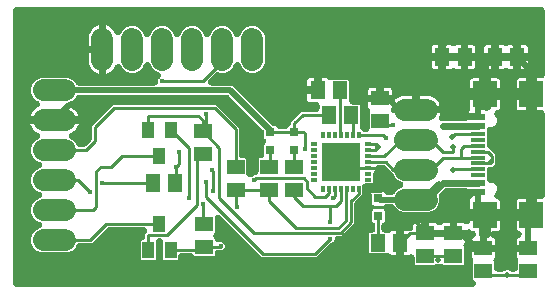
<source format=gbr>
G04 EAGLE Gerber X2 export*
%TF.Part,Single*%
%TF.FileFunction,Copper,L1,Top,Mixed*%
%TF.FilePolarity,Positive*%
%TF.GenerationSoftware,Autodesk,EAGLE,9.6.2*%
%TF.CreationDate,2022-03-30T08:13:23Z*%
G75*
%MOMM*%
%FSLAX34Y34*%
%LPD*%
%INTop Copper*%
%AMOC8*
5,1,8,0,0,1.08239X$1,22.5*%
G01*
%ADD10R,1.500000X1.300000*%
%ADD11R,1.300000X1.500000*%
%ADD12R,0.600000X0.300000*%
%ADD13R,0.300000X0.600000*%
%ADD14R,3.300000X3.300000*%
%ADD15R,0.435000X0.435000*%
%ADD16C,1.828800*%
%ADD17R,0.800000X0.800000*%
%ADD18R,1.000000X1.400000*%
%ADD19R,1.150000X0.600000*%
%ADD20R,1.150000X0.300000*%
%ADD21R,2.000000X2.180000*%
%ADD22C,0.508000*%
%ADD23C,0.502400*%
%ADD24C,0.254000*%
%ADD25C,0.452400*%
%ADD26C,0.609600*%

G36*
X390633Y2204D02*
X390633Y2204D01*
X390672Y2202D01*
X390879Y2224D01*
X391087Y2241D01*
X391124Y2250D01*
X391162Y2254D01*
X391364Y2309D01*
X391566Y2359D01*
X391601Y2374D01*
X391638Y2385D01*
X391828Y2472D01*
X392019Y2554D01*
X392052Y2574D01*
X392086Y2590D01*
X392259Y2707D01*
X392435Y2819D01*
X392464Y2844D01*
X392496Y2866D01*
X392648Y3009D01*
X392803Y3148D01*
X392827Y3177D01*
X392855Y3203D01*
X392982Y3369D01*
X393113Y3532D01*
X393132Y3565D01*
X393155Y3595D01*
X393254Y3779D01*
X393357Y3960D01*
X393371Y3996D01*
X393389Y4030D01*
X393456Y4227D01*
X393529Y4423D01*
X393536Y4460D01*
X393549Y4496D01*
X393584Y4703D01*
X393624Y4907D01*
X393625Y4945D01*
X393631Y4983D01*
X393632Y5192D01*
X393639Y5400D01*
X393634Y5438D01*
X393634Y5476D01*
X393602Y5683D01*
X393575Y5889D01*
X393564Y5926D01*
X393558Y5963D01*
X393492Y6162D01*
X393432Y6361D01*
X393415Y6396D01*
X393403Y6432D01*
X393307Y6617D01*
X393215Y6805D01*
X393193Y6836D01*
X393175Y6870D01*
X393117Y6942D01*
X392930Y7207D01*
X392809Y7329D01*
X392750Y7403D01*
X391279Y8874D01*
X391279Y23158D01*
X391303Y23217D01*
X391339Y23284D01*
X391394Y23445D01*
X391457Y23604D01*
X391474Y23678D01*
X391499Y23750D01*
X391527Y23919D01*
X391564Y24085D01*
X391568Y24162D01*
X391581Y24237D01*
X391582Y24407D01*
X391592Y24578D01*
X391584Y24654D01*
X391584Y24730D01*
X391558Y24899D01*
X391540Y25069D01*
X391519Y25142D01*
X391507Y25217D01*
X391454Y25380D01*
X391409Y25544D01*
X391377Y25614D01*
X391353Y25686D01*
X391274Y25838D01*
X391203Y25993D01*
X391161Y26056D01*
X391125Y26124D01*
X391060Y26206D01*
X390928Y26402D01*
X390766Y26574D01*
X390700Y26657D01*
X390517Y26840D01*
X390182Y27419D01*
X390009Y28065D01*
X390009Y31651D01*
X399848Y31651D01*
X399924Y31657D01*
X400000Y31655D01*
X400077Y31665D01*
X400147Y31663D01*
X400252Y31651D01*
X410091Y31651D01*
X410091Y28065D01*
X409918Y27419D01*
X409583Y26840D01*
X409400Y26657D01*
X409351Y26599D01*
X409295Y26546D01*
X409191Y26411D01*
X409080Y26281D01*
X409041Y26216D01*
X408995Y26155D01*
X408914Y26005D01*
X408826Y25858D01*
X408798Y25788D01*
X408761Y25720D01*
X408706Y25559D01*
X408643Y25400D01*
X408626Y25326D01*
X408601Y25254D01*
X408573Y25085D01*
X408536Y24919D01*
X408532Y24843D01*
X408519Y24767D01*
X408518Y24596D01*
X408508Y24426D01*
X408516Y24350D01*
X408516Y24274D01*
X408542Y24105D01*
X408560Y23935D01*
X408581Y23862D01*
X408592Y23787D01*
X408646Y23624D01*
X408691Y23460D01*
X408723Y23390D01*
X408747Y23318D01*
X408821Y23176D01*
X408821Y18288D01*
X408827Y18212D01*
X408825Y18136D01*
X408847Y17967D01*
X408861Y17796D01*
X408879Y17722D01*
X408889Y17647D01*
X408938Y17483D01*
X408979Y17317D01*
X409009Y17248D01*
X409031Y17174D01*
X409107Y17021D01*
X409174Y16864D01*
X409215Y16800D01*
X409248Y16731D01*
X409347Y16592D01*
X409439Y16448D01*
X409490Y16391D01*
X409534Y16329D01*
X409654Y16208D01*
X409768Y16080D01*
X409827Y16032D01*
X409881Y15978D01*
X410019Y15877D01*
X410152Y15770D01*
X410218Y15733D01*
X410279Y15688D01*
X410432Y15611D01*
X410580Y15526D01*
X410652Y15500D01*
X410720Y15465D01*
X410883Y15414D01*
X411043Y15355D01*
X411118Y15340D01*
X411190Y15317D01*
X411295Y15305D01*
X411527Y15260D01*
X411763Y15253D01*
X411868Y15241D01*
X416299Y15241D01*
X416413Y15250D01*
X416527Y15249D01*
X416658Y15270D01*
X416791Y15281D01*
X416901Y15308D01*
X417014Y15326D01*
X417141Y15367D01*
X417269Y15399D01*
X417374Y15444D01*
X417483Y15480D01*
X417601Y15542D01*
X417723Y15594D01*
X417819Y15655D01*
X417920Y15708D01*
X417994Y15767D01*
X418139Y15859D01*
X418162Y15880D01*
X419618Y16483D01*
X421122Y16483D01*
X422591Y15875D01*
X422662Y15814D01*
X422760Y15755D01*
X422852Y15688D01*
X422971Y15628D01*
X423085Y15559D01*
X423191Y15517D01*
X423293Y15465D01*
X423420Y15425D01*
X423543Y15376D01*
X423654Y15351D01*
X423763Y15317D01*
X423857Y15307D01*
X424025Y15269D01*
X424349Y15251D01*
X424441Y15241D01*
X426332Y15241D01*
X426408Y15247D01*
X426484Y15245D01*
X426653Y15267D01*
X426824Y15281D01*
X426898Y15299D01*
X426973Y15309D01*
X427137Y15358D01*
X427303Y15399D01*
X427372Y15429D01*
X427446Y15451D01*
X427599Y15527D01*
X427756Y15594D01*
X427820Y15635D01*
X427889Y15668D01*
X428028Y15767D01*
X428172Y15859D01*
X428229Y15910D01*
X428291Y15954D01*
X428412Y16074D01*
X428540Y16188D01*
X428588Y16247D01*
X428642Y16301D01*
X428743Y16439D01*
X428850Y16572D01*
X428887Y16638D01*
X428932Y16699D01*
X429009Y16852D01*
X429094Y17000D01*
X429120Y17072D01*
X429155Y17140D01*
X429206Y17303D01*
X429265Y17463D01*
X429280Y17538D01*
X429303Y17610D01*
X429315Y17715D01*
X429360Y17947D01*
X429367Y18183D01*
X429379Y18288D01*
X429379Y23158D01*
X429403Y23217D01*
X429439Y23284D01*
X429494Y23445D01*
X429557Y23604D01*
X429574Y23678D01*
X429599Y23750D01*
X429627Y23919D01*
X429664Y24085D01*
X429668Y24162D01*
X429681Y24237D01*
X429682Y24407D01*
X429692Y24578D01*
X429684Y24654D01*
X429684Y24730D01*
X429658Y24899D01*
X429640Y25069D01*
X429619Y25142D01*
X429607Y25217D01*
X429554Y25380D01*
X429509Y25544D01*
X429477Y25614D01*
X429453Y25686D01*
X429374Y25838D01*
X429303Y25993D01*
X429261Y26056D01*
X429225Y26124D01*
X429160Y26206D01*
X429028Y26402D01*
X428866Y26574D01*
X428800Y26657D01*
X428617Y26840D01*
X428282Y27419D01*
X428109Y28065D01*
X428109Y31651D01*
X437948Y31651D01*
X438024Y31657D01*
X438100Y31655D01*
X438269Y31677D01*
X438440Y31691D01*
X438513Y31709D01*
X438589Y31719D01*
X438753Y31768D01*
X438918Y31809D01*
X438988Y31839D01*
X439061Y31861D01*
X439215Y31937D01*
X439372Y32004D01*
X439436Y32045D01*
X439504Y32078D01*
X439644Y32177D01*
X439788Y32269D01*
X439845Y32320D01*
X439907Y32364D01*
X440028Y32484D01*
X440156Y32598D01*
X440204Y32657D01*
X440258Y32710D01*
X440358Y32849D01*
X440466Y32981D01*
X440503Y33048D01*
X440548Y33109D01*
X440625Y33262D01*
X440710Y33410D01*
X440736Y33482D01*
X440770Y33550D01*
X440822Y33713D01*
X440881Y33873D01*
X440896Y33947D01*
X440919Y34020D01*
X440931Y34125D01*
X440976Y34357D01*
X440983Y34593D01*
X440995Y34698D01*
X440995Y35102D01*
X440989Y35178D01*
X440991Y35254D01*
X440969Y35423D01*
X440955Y35594D01*
X440937Y35668D01*
X440927Y35743D01*
X440877Y35907D01*
X440836Y36073D01*
X440806Y36142D01*
X440784Y36216D01*
X440709Y36369D01*
X440642Y36526D01*
X440601Y36590D01*
X440567Y36659D01*
X440469Y36798D01*
X440377Y36942D01*
X440326Y36999D01*
X440282Y37061D01*
X440162Y37182D01*
X440048Y37310D01*
X439989Y37358D01*
X439935Y37412D01*
X439797Y37513D01*
X439664Y37620D01*
X439598Y37657D01*
X439536Y37702D01*
X439384Y37779D01*
X439235Y37864D01*
X439164Y37890D01*
X439096Y37925D01*
X438933Y37976D01*
X438773Y38035D01*
X438698Y38050D01*
X438626Y38073D01*
X438521Y38085D01*
X438289Y38130D01*
X438053Y38137D01*
X437948Y38149D01*
X428109Y38149D01*
X428109Y41735D01*
X428282Y42381D01*
X428617Y42960D01*
X429090Y43433D01*
X429669Y43768D01*
X430213Y43913D01*
X430393Y43977D01*
X430573Y44034D01*
X430624Y44060D01*
X430678Y44079D01*
X430844Y44171D01*
X431014Y44257D01*
X431059Y44290D01*
X431109Y44318D01*
X431259Y44436D01*
X431412Y44547D01*
X431452Y44588D01*
X431497Y44623D01*
X431626Y44763D01*
X431759Y44898D01*
X431792Y44945D01*
X431830Y44987D01*
X431935Y45146D01*
X432044Y45300D01*
X432069Y45352D01*
X432101Y45399D01*
X432178Y45573D01*
X432261Y45744D01*
X432278Y45798D01*
X432301Y45850D01*
X432349Y46034D01*
X432404Y46216D01*
X432411Y46272D01*
X432425Y46328D01*
X432443Y46517D01*
X432468Y46705D01*
X432466Y46762D01*
X432471Y46819D01*
X432458Y47007D01*
X432452Y47198D01*
X432442Y47254D01*
X432438Y47311D01*
X432394Y47496D01*
X432358Y47682D01*
X432338Y47736D01*
X432325Y47791D01*
X432252Y47967D01*
X432186Y48145D01*
X432158Y48194D01*
X432136Y48247D01*
X432036Y48409D01*
X431942Y48574D01*
X431906Y48618D01*
X431876Y48666D01*
X431751Y48809D01*
X431632Y48957D01*
X431589Y48995D01*
X431552Y49038D01*
X431406Y49159D01*
X431264Y49286D01*
X431216Y49317D01*
X431172Y49353D01*
X431008Y49449D01*
X430848Y49551D01*
X430806Y49568D01*
X430746Y49602D01*
X430286Y49780D01*
X430242Y49789D01*
X430213Y49800D01*
X429719Y49932D01*
X429140Y50267D01*
X428667Y50740D01*
X428332Y51319D01*
X428159Y51965D01*
X428159Y58201D01*
X438748Y58201D01*
X438824Y58207D01*
X438900Y58205D01*
X439069Y58227D01*
X439240Y58241D01*
X439313Y58259D01*
X439389Y58269D01*
X439553Y58318D01*
X439718Y58359D01*
X439788Y58389D01*
X439861Y58411D01*
X440015Y58487D01*
X440172Y58554D01*
X440236Y58595D01*
X440304Y58628D01*
X440444Y58727D01*
X440588Y58819D01*
X440645Y58870D01*
X440707Y58914D01*
X440828Y59034D01*
X440956Y59148D01*
X441004Y59207D01*
X441058Y59260D01*
X441158Y59399D01*
X441266Y59531D01*
X441303Y59598D01*
X441348Y59659D01*
X441425Y59812D01*
X441510Y59960D01*
X441536Y60032D01*
X441570Y60100D01*
X441622Y60263D01*
X441681Y60423D01*
X441696Y60497D01*
X441719Y60570D01*
X441731Y60675D01*
X441776Y60907D01*
X441783Y61143D01*
X441795Y61248D01*
X441795Y62105D01*
X442652Y62105D01*
X442728Y62111D01*
X442804Y62109D01*
X442973Y62131D01*
X443144Y62145D01*
X443218Y62163D01*
X443293Y62173D01*
X443457Y62223D01*
X443623Y62264D01*
X443692Y62294D01*
X443766Y62316D01*
X443919Y62391D01*
X444076Y62458D01*
X444140Y62499D01*
X444209Y62533D01*
X444348Y62631D01*
X444492Y62723D01*
X444549Y62774D01*
X444611Y62818D01*
X444732Y62938D01*
X444860Y63052D01*
X444908Y63111D01*
X444962Y63165D01*
X445063Y63303D01*
X445170Y63436D01*
X445207Y63502D01*
X445252Y63564D01*
X445329Y63716D01*
X445414Y63865D01*
X445440Y63936D01*
X445475Y64004D01*
X445526Y64167D01*
X445585Y64327D01*
X445600Y64402D01*
X445623Y64474D01*
X445635Y64579D01*
X445680Y64811D01*
X445687Y65047D01*
X445699Y65152D01*
X445699Y76641D01*
X448852Y76641D01*
X448928Y76647D01*
X449004Y76645D01*
X449173Y76667D01*
X449344Y76681D01*
X449418Y76699D01*
X449493Y76709D01*
X449657Y76758D01*
X449823Y76799D01*
X449892Y76829D01*
X449966Y76851D01*
X450119Y76927D01*
X450276Y76994D01*
X450340Y77035D01*
X450409Y77068D01*
X450548Y77167D01*
X450692Y77259D01*
X450749Y77310D01*
X450811Y77354D01*
X450932Y77474D01*
X451060Y77588D01*
X451108Y77647D01*
X451162Y77701D01*
X451263Y77839D01*
X451370Y77972D01*
X451407Y78038D01*
X451452Y78099D01*
X451529Y78252D01*
X451614Y78400D01*
X451640Y78472D01*
X451675Y78540D01*
X451726Y78703D01*
X451785Y78863D01*
X451800Y78938D01*
X451823Y79010D01*
X451835Y79115D01*
X451880Y79347D01*
X451887Y79583D01*
X451899Y79688D01*
X451899Y148912D01*
X451893Y148988D01*
X451895Y149064D01*
X451873Y149233D01*
X451859Y149404D01*
X451841Y149478D01*
X451831Y149553D01*
X451782Y149717D01*
X451741Y149883D01*
X451711Y149952D01*
X451689Y150026D01*
X451613Y150179D01*
X451546Y150336D01*
X451505Y150400D01*
X451472Y150469D01*
X451373Y150608D01*
X451281Y150752D01*
X451230Y150809D01*
X451186Y150871D01*
X451066Y150992D01*
X450952Y151120D01*
X450893Y151168D01*
X450839Y151222D01*
X450701Y151323D01*
X450568Y151430D01*
X450502Y151467D01*
X450441Y151512D01*
X450288Y151589D01*
X450140Y151674D01*
X450068Y151700D01*
X450000Y151735D01*
X449837Y151786D01*
X449677Y151845D01*
X449602Y151860D01*
X449530Y151883D01*
X449425Y151895D01*
X449193Y151940D01*
X448957Y151947D01*
X448852Y151959D01*
X445699Y151959D01*
X445699Y163448D01*
X445693Y163524D01*
X445695Y163600D01*
X445673Y163769D01*
X445659Y163940D01*
X445641Y164013D01*
X445631Y164089D01*
X445582Y164253D01*
X445541Y164418D01*
X445511Y164488D01*
X445489Y164561D01*
X445413Y164715D01*
X445346Y164872D01*
X445305Y164936D01*
X445272Y165004D01*
X445173Y165144D01*
X445081Y165288D01*
X445030Y165345D01*
X444989Y165402D01*
X445063Y165503D01*
X445170Y165636D01*
X445207Y165702D01*
X445252Y165764D01*
X445329Y165916D01*
X445414Y166065D01*
X445440Y166136D01*
X445475Y166204D01*
X445526Y166367D01*
X445585Y166527D01*
X445600Y166602D01*
X445623Y166674D01*
X445635Y166779D01*
X445680Y167011D01*
X445687Y167247D01*
X445699Y167352D01*
X445699Y178841D01*
X448852Y178841D01*
X448928Y178847D01*
X449004Y178845D01*
X449173Y178867D01*
X449344Y178881D01*
X449418Y178899D01*
X449493Y178909D01*
X449657Y178958D01*
X449823Y178999D01*
X449892Y179029D01*
X449966Y179051D01*
X450119Y179127D01*
X450276Y179194D01*
X450340Y179235D01*
X450409Y179268D01*
X450548Y179367D01*
X450692Y179459D01*
X450749Y179510D01*
X450811Y179554D01*
X450932Y179674D01*
X451060Y179788D01*
X451108Y179847D01*
X451162Y179901D01*
X451263Y180039D01*
X451370Y180172D01*
X451407Y180238D01*
X451452Y180299D01*
X451529Y180452D01*
X451614Y180600D01*
X451640Y180672D01*
X451675Y180740D01*
X451726Y180903D01*
X451785Y181063D01*
X451800Y181138D01*
X451823Y181210D01*
X451835Y181315D01*
X451880Y181547D01*
X451887Y181783D01*
X451899Y181888D01*
X451899Y236252D01*
X451893Y236328D01*
X451895Y236404D01*
X451873Y236573D01*
X451859Y236744D01*
X451841Y236818D01*
X451831Y236893D01*
X451782Y237057D01*
X451741Y237223D01*
X451711Y237292D01*
X451689Y237366D01*
X451613Y237519D01*
X451546Y237676D01*
X451505Y237740D01*
X451472Y237809D01*
X451373Y237948D01*
X451281Y238092D01*
X451230Y238149D01*
X451186Y238211D01*
X451066Y238332D01*
X450952Y238460D01*
X450893Y238508D01*
X450839Y238562D01*
X450701Y238663D01*
X450568Y238770D01*
X450502Y238807D01*
X450441Y238852D01*
X450288Y238929D01*
X450140Y239014D01*
X450068Y239040D01*
X450000Y239075D01*
X449837Y239126D01*
X449677Y239185D01*
X449602Y239200D01*
X449530Y239223D01*
X449425Y239235D01*
X449193Y239280D01*
X448957Y239287D01*
X448852Y239299D01*
X5048Y239299D01*
X4972Y239293D01*
X4896Y239295D01*
X4727Y239273D01*
X4556Y239259D01*
X4482Y239241D01*
X4407Y239231D01*
X4243Y239182D01*
X4077Y239141D01*
X4008Y239111D01*
X3934Y239089D01*
X3781Y239013D01*
X3624Y238946D01*
X3560Y238905D01*
X3491Y238872D01*
X3352Y238773D01*
X3208Y238681D01*
X3151Y238630D01*
X3089Y238586D01*
X2968Y238466D01*
X2840Y238352D01*
X2792Y238293D01*
X2738Y238239D01*
X2637Y238101D01*
X2530Y237968D01*
X2493Y237902D01*
X2448Y237841D01*
X2371Y237688D01*
X2286Y237540D01*
X2260Y237468D01*
X2225Y237400D01*
X2174Y237237D01*
X2115Y237077D01*
X2100Y237002D01*
X2077Y236930D01*
X2065Y236825D01*
X2020Y236593D01*
X2013Y236357D01*
X2001Y236252D01*
X2001Y5248D01*
X2007Y5172D01*
X2005Y5096D01*
X2027Y4927D01*
X2041Y4756D01*
X2059Y4682D01*
X2069Y4607D01*
X2118Y4443D01*
X2159Y4277D01*
X2189Y4208D01*
X2211Y4134D01*
X2287Y3981D01*
X2354Y3824D01*
X2395Y3760D01*
X2428Y3691D01*
X2527Y3552D01*
X2619Y3408D01*
X2670Y3351D01*
X2714Y3289D01*
X2834Y3168D01*
X2948Y3040D01*
X3007Y2992D01*
X3061Y2938D01*
X3199Y2837D01*
X3332Y2730D01*
X3398Y2693D01*
X3459Y2648D01*
X3612Y2571D01*
X3760Y2486D01*
X3832Y2460D01*
X3900Y2425D01*
X4063Y2374D01*
X4223Y2315D01*
X4298Y2300D01*
X4370Y2277D01*
X4475Y2265D01*
X4707Y2220D01*
X4943Y2213D01*
X5048Y2201D01*
X390595Y2201D01*
X390633Y2204D01*
G37*
%LPC*%
G36*
X110704Y25179D02*
X110704Y25179D01*
X109959Y25924D01*
X109959Y40976D01*
X110709Y41726D01*
X110718Y41727D01*
X110794Y41725D01*
X110963Y41747D01*
X111134Y41761D01*
X111208Y41779D01*
X111283Y41789D01*
X111447Y41838D01*
X111613Y41879D01*
X111682Y41909D01*
X111756Y41931D01*
X111909Y42007D01*
X112066Y42074D01*
X112130Y42115D01*
X112199Y42148D01*
X112338Y42247D01*
X112482Y42339D01*
X112539Y42390D01*
X112601Y42434D01*
X112722Y42554D01*
X112850Y42668D01*
X112898Y42727D01*
X112952Y42781D01*
X113053Y42919D01*
X113160Y43052D01*
X113197Y43118D01*
X113242Y43179D01*
X113319Y43332D01*
X113404Y43480D01*
X113430Y43552D01*
X113465Y43620D01*
X113516Y43783D01*
X113575Y43943D01*
X113590Y44018D01*
X113613Y44090D01*
X113625Y44195D01*
X113670Y44427D01*
X113677Y44663D01*
X113689Y44768D01*
X113689Y46962D01*
X114434Y47707D01*
X114459Y47736D01*
X114487Y47762D01*
X114618Y47924D01*
X114754Y48083D01*
X114773Y48116D01*
X114797Y48146D01*
X114900Y48327D01*
X115008Y48506D01*
X115022Y48541D01*
X115041Y48574D01*
X115114Y48770D01*
X115191Y48964D01*
X115200Y49001D01*
X115213Y49037D01*
X115253Y49241D01*
X115298Y49445D01*
X115300Y49484D01*
X115308Y49521D01*
X115314Y49729D01*
X115326Y49938D01*
X115322Y49976D01*
X115323Y50014D01*
X115296Y50220D01*
X115274Y50429D01*
X115263Y50465D01*
X115258Y50503D01*
X115198Y50703D01*
X115143Y50904D01*
X115127Y50939D01*
X115116Y50976D01*
X115024Y51163D01*
X114937Y51353D01*
X114916Y51384D01*
X114899Y51419D01*
X114778Y51589D01*
X114662Y51762D01*
X114636Y51790D01*
X114614Y51821D01*
X114467Y51969D01*
X114324Y52122D01*
X114294Y52145D01*
X114267Y52172D01*
X114098Y52295D01*
X113933Y52422D01*
X113899Y52440D01*
X113868Y52462D01*
X113682Y52556D01*
X113498Y52655D01*
X113462Y52667D01*
X113428Y52685D01*
X113228Y52748D01*
X113031Y52815D01*
X112994Y52821D01*
X112957Y52833D01*
X112864Y52843D01*
X112545Y52898D01*
X112373Y52899D01*
X112279Y52909D01*
X83165Y52909D01*
X83051Y52900D01*
X82937Y52901D01*
X82805Y52880D01*
X82673Y52869D01*
X82562Y52842D01*
X82449Y52824D01*
X82323Y52783D01*
X82194Y52751D01*
X82089Y52706D01*
X81981Y52670D01*
X81863Y52608D01*
X81741Y52556D01*
X81644Y52495D01*
X81543Y52442D01*
X81470Y52383D01*
X81325Y52291D01*
X81082Y52075D01*
X81010Y52017D01*
X68362Y39369D01*
X58231Y39369D01*
X58013Y39352D01*
X57795Y39338D01*
X57767Y39332D01*
X57739Y39329D01*
X57527Y39277D01*
X57314Y39228D01*
X57288Y39217D01*
X57260Y39211D01*
X57059Y39124D01*
X56857Y39042D01*
X56833Y39027D01*
X56807Y39016D01*
X56622Y38899D01*
X56436Y38785D01*
X56414Y38766D01*
X56391Y38751D01*
X56228Y38606D01*
X56062Y38463D01*
X56044Y38441D01*
X56023Y38422D01*
X55886Y38253D01*
X55745Y38085D01*
X55734Y38064D01*
X55713Y38038D01*
X55469Y37610D01*
X55441Y37534D01*
X55415Y37488D01*
X54803Y36010D01*
X51873Y33081D01*
X48046Y31495D01*
X25614Y31495D01*
X21787Y33081D01*
X18857Y36011D01*
X17271Y39838D01*
X17271Y43982D01*
X18857Y47809D01*
X21786Y50739D01*
X24335Y51795D01*
X24369Y51812D01*
X24405Y51825D01*
X24588Y51925D01*
X24774Y52020D01*
X24804Y52042D01*
X24838Y52061D01*
X25003Y52189D01*
X25171Y52313D01*
X25197Y52340D01*
X25228Y52363D01*
X25370Y52517D01*
X25515Y52666D01*
X25537Y52697D01*
X25563Y52725D01*
X25679Y52899D01*
X25798Y53070D01*
X25815Y53104D01*
X25836Y53136D01*
X25922Y53326D01*
X26012Y53515D01*
X26023Y53551D01*
X26039Y53586D01*
X26093Y53788D01*
X26152Y53988D01*
X26156Y54025D01*
X26166Y54062D01*
X26187Y54271D01*
X26213Y54477D01*
X26212Y54515D01*
X26215Y54553D01*
X26202Y54762D01*
X26195Y54970D01*
X26187Y55008D01*
X26185Y55046D01*
X26138Y55250D01*
X26097Y55454D01*
X26083Y55489D01*
X26075Y55527D01*
X25996Y55720D01*
X25922Y55915D01*
X25903Y55948D01*
X25889Y55984D01*
X25780Y56162D01*
X25676Y56342D01*
X25651Y56372D01*
X25632Y56404D01*
X25495Y56563D01*
X25363Y56724D01*
X25335Y56749D01*
X25310Y56778D01*
X25150Y56913D01*
X24993Y57051D01*
X24961Y57071D01*
X24932Y57095D01*
X24850Y57140D01*
X24576Y57313D01*
X24417Y57380D01*
X24335Y57425D01*
X21786Y58481D01*
X18857Y61411D01*
X17271Y65238D01*
X17271Y69382D01*
X18857Y73209D01*
X21786Y76139D01*
X24335Y77195D01*
X24369Y77212D01*
X24405Y77225D01*
X24588Y77325D01*
X24774Y77420D01*
X24804Y77442D01*
X24838Y77461D01*
X25003Y77589D01*
X25171Y77713D01*
X25197Y77740D01*
X25228Y77763D01*
X25370Y77917D01*
X25515Y78066D01*
X25537Y78097D01*
X25563Y78125D01*
X25679Y78299D01*
X25798Y78470D01*
X25815Y78504D01*
X25836Y78536D01*
X25922Y78726D01*
X26012Y78915D01*
X26023Y78951D01*
X26039Y78986D01*
X26093Y79188D01*
X26152Y79388D01*
X26156Y79425D01*
X26166Y79462D01*
X26187Y79671D01*
X26213Y79877D01*
X26212Y79915D01*
X26215Y79953D01*
X26202Y80162D01*
X26195Y80370D01*
X26187Y80408D01*
X26185Y80446D01*
X26138Y80650D01*
X26097Y80854D01*
X26083Y80889D01*
X26075Y80927D01*
X25996Y81120D01*
X25922Y81315D01*
X25903Y81348D01*
X25889Y81384D01*
X25780Y81562D01*
X25676Y81742D01*
X25651Y81772D01*
X25632Y81804D01*
X25495Y81963D01*
X25363Y82124D01*
X25335Y82149D01*
X25310Y82178D01*
X25150Y82313D01*
X24993Y82451D01*
X24961Y82471D01*
X24932Y82495D01*
X24850Y82540D01*
X24576Y82713D01*
X24417Y82780D01*
X24335Y82825D01*
X21786Y83881D01*
X18857Y86811D01*
X17271Y90638D01*
X17271Y94782D01*
X18857Y98609D01*
X21786Y101539D01*
X24335Y102595D01*
X24369Y102612D01*
X24405Y102625D01*
X24588Y102725D01*
X24774Y102820D01*
X24804Y102842D01*
X24838Y102861D01*
X25003Y102989D01*
X25171Y103113D01*
X25197Y103140D01*
X25228Y103163D01*
X25370Y103317D01*
X25515Y103466D01*
X25537Y103497D01*
X25563Y103525D01*
X25679Y103699D01*
X25798Y103870D01*
X25815Y103904D01*
X25836Y103936D01*
X25922Y104126D01*
X26012Y104315D01*
X26023Y104351D01*
X26039Y104386D01*
X26093Y104588D01*
X26152Y104788D01*
X26156Y104825D01*
X26166Y104862D01*
X26187Y105071D01*
X26213Y105277D01*
X26212Y105315D01*
X26215Y105353D01*
X26202Y105562D01*
X26195Y105770D01*
X26187Y105808D01*
X26185Y105846D01*
X26138Y106050D01*
X26097Y106254D01*
X26083Y106289D01*
X26075Y106327D01*
X25996Y106520D01*
X25922Y106715D01*
X25903Y106748D01*
X25889Y106784D01*
X25780Y106962D01*
X25676Y107142D01*
X25651Y107172D01*
X25632Y107204D01*
X25495Y107363D01*
X25363Y107524D01*
X25335Y107549D01*
X25310Y107578D01*
X25150Y107713D01*
X24993Y107851D01*
X24961Y107871D01*
X24932Y107895D01*
X24850Y107940D01*
X24576Y108113D01*
X24417Y108180D01*
X24335Y108225D01*
X21786Y109281D01*
X18857Y112211D01*
X17271Y116038D01*
X17271Y120182D01*
X18857Y124009D01*
X21786Y126939D01*
X22676Y127308D01*
X22823Y127383D01*
X22974Y127450D01*
X23042Y127495D01*
X23115Y127533D01*
X23248Y127631D01*
X23386Y127722D01*
X23446Y127777D01*
X23512Y127826D01*
X23628Y127944D01*
X23749Y128056D01*
X23799Y128120D01*
X23856Y128179D01*
X23951Y128314D01*
X24053Y128444D01*
X24092Y128516D01*
X24139Y128583D01*
X24211Y128732D01*
X24291Y128877D01*
X24318Y128954D01*
X24353Y129027D01*
X24400Y129186D01*
X24455Y129342D01*
X24470Y129422D01*
X24493Y129501D01*
X24513Y129665D01*
X24543Y129827D01*
X24544Y129909D01*
X24554Y129990D01*
X24548Y130155D01*
X24551Y130321D01*
X24539Y130402D01*
X24536Y130483D01*
X24503Y130645D01*
X24479Y130809D01*
X24454Y130886D01*
X24438Y130967D01*
X24379Y131122D01*
X24329Y131279D01*
X24292Y131351D01*
X24263Y131428D01*
X24180Y131572D01*
X24106Y131719D01*
X24058Y131784D01*
X24017Y131855D01*
X23912Y131983D01*
X23814Y132117D01*
X23756Y132174D01*
X23704Y132237D01*
X23580Y132347D01*
X23462Y132462D01*
X23409Y132497D01*
X23334Y132563D01*
X22917Y132826D01*
X22902Y132832D01*
X22893Y132838D01*
X21562Y133516D01*
X20074Y134597D01*
X18773Y135898D01*
X17692Y137386D01*
X16857Y139025D01*
X16390Y140463D01*
X36830Y140463D01*
X57270Y140463D01*
X56803Y139025D01*
X55968Y137386D01*
X54887Y135898D01*
X53586Y134597D01*
X52098Y133516D01*
X50767Y132838D01*
X50626Y132751D01*
X50481Y132672D01*
X50416Y132622D01*
X50347Y132579D01*
X50222Y132471D01*
X50091Y132369D01*
X50036Y132309D01*
X49974Y132256D01*
X49869Y132129D01*
X49756Y132008D01*
X49711Y131940D01*
X49658Y131877D01*
X49574Y131734D01*
X49483Y131597D01*
X49450Y131522D01*
X49408Y131452D01*
X49348Y131298D01*
X49280Y131147D01*
X49259Y131068D01*
X49230Y130992D01*
X49195Y130830D01*
X49153Y130670D01*
X49144Y130589D01*
X49128Y130509D01*
X49120Y130344D01*
X49103Y130180D01*
X49109Y130098D01*
X49105Y130016D01*
X49124Y129852D01*
X49134Y129687D01*
X49152Y129608D01*
X49162Y129526D01*
X49207Y129367D01*
X49244Y129206D01*
X49275Y129131D01*
X49297Y129052D01*
X49368Y128902D01*
X49430Y128749D01*
X49473Y128680D01*
X49507Y128606D01*
X49601Y128470D01*
X49687Y128328D01*
X49741Y128266D01*
X49787Y128199D01*
X49901Y128080D01*
X50009Y127954D01*
X50072Y127902D01*
X50128Y127843D01*
X50261Y127743D01*
X50387Y127637D01*
X50443Y127607D01*
X50523Y127547D01*
X50960Y127318D01*
X50974Y127313D01*
X50984Y127308D01*
X51874Y126939D01*
X54803Y124010D01*
X55415Y122532D01*
X55515Y122337D01*
X55611Y122141D01*
X55627Y122118D01*
X55640Y122093D01*
X55770Y121917D01*
X55896Y121739D01*
X55916Y121719D01*
X55933Y121696D01*
X56090Y121543D01*
X56243Y121388D01*
X56266Y121371D01*
X56286Y121351D01*
X56466Y121226D01*
X56642Y121098D01*
X56667Y121085D01*
X56691Y121069D01*
X56888Y120974D01*
X57082Y120875D01*
X57109Y120867D01*
X57135Y120854D01*
X57345Y120793D01*
X57553Y120727D01*
X57576Y120724D01*
X57608Y120715D01*
X58098Y120654D01*
X58178Y120657D01*
X58231Y120651D01*
X61185Y120651D01*
X61299Y120660D01*
X61413Y120659D01*
X61545Y120680D01*
X61677Y120691D01*
X61788Y120718D01*
X61901Y120736D01*
X62027Y120777D01*
X62156Y120809D01*
X62261Y120854D01*
X62369Y120890D01*
X62487Y120952D01*
X62609Y121004D01*
X62706Y121065D01*
X62807Y121118D01*
X62880Y121177D01*
X63025Y121269D01*
X63268Y121485D01*
X63340Y121543D01*
X67687Y125890D01*
X67761Y125977D01*
X67842Y126057D01*
X67920Y126165D01*
X68006Y126266D01*
X68065Y126364D01*
X68132Y126456D01*
X68192Y126574D01*
X68261Y126688D01*
X68303Y126795D01*
X68355Y126896D01*
X68395Y127023D01*
X68444Y127147D01*
X68469Y127258D01*
X68503Y127367D01*
X68513Y127460D01*
X68551Y127628D01*
X68569Y127952D01*
X68579Y128045D01*
X68579Y138745D01*
X70960Y141125D01*
X83665Y153830D01*
X86045Y156211D01*
X173772Y156211D01*
X193041Y136942D01*
X193041Y114298D01*
X193047Y114222D01*
X193045Y114146D01*
X193067Y113976D01*
X193081Y113806D01*
X193099Y113732D01*
X193109Y113657D01*
X193158Y113493D01*
X193199Y113327D01*
X193229Y113258D01*
X193251Y113184D01*
X193327Y113031D01*
X193394Y112874D01*
X193435Y112810D01*
X193468Y112741D01*
X193567Y112602D01*
X193659Y112458D01*
X193710Y112401D01*
X193754Y112339D01*
X193874Y112218D01*
X193988Y112090D01*
X194047Y112042D01*
X194101Y111988D01*
X194239Y111887D01*
X194372Y111780D01*
X194438Y111743D01*
X194499Y111698D01*
X194652Y111621D01*
X194800Y111536D01*
X194872Y111510D01*
X194940Y111475D01*
X195103Y111424D01*
X195263Y111365D01*
X195338Y111350D01*
X195410Y111327D01*
X195515Y111315D01*
X195747Y111270D01*
X195983Y111263D01*
X196088Y111251D01*
X198526Y111251D01*
X199271Y110506D01*
X199271Y98415D01*
X199285Y98235D01*
X199292Y98054D01*
X199305Y97989D01*
X199311Y97923D01*
X199354Y97748D01*
X199390Y97571D01*
X199413Y97509D01*
X199429Y97444D01*
X199501Y97278D01*
X199564Y97109D01*
X199598Y97052D01*
X199624Y96991D01*
X199721Y96839D01*
X199811Y96682D01*
X199853Y96631D01*
X199889Y96575D01*
X200009Y96440D01*
X200123Y96300D01*
X200173Y96256D01*
X200218Y96207D01*
X200358Y96093D01*
X200493Y95974D01*
X200550Y95939D01*
X200602Y95897D01*
X200758Y95808D01*
X200911Y95712D01*
X200972Y95686D01*
X201030Y95653D01*
X201200Y95590D01*
X201366Y95520D01*
X201430Y95504D01*
X201493Y95481D01*
X201670Y95447D01*
X201845Y95404D01*
X201912Y95399D01*
X201977Y95387D01*
X202157Y95381D01*
X202337Y95367D01*
X202404Y95373D01*
X202470Y95371D01*
X202649Y95395D01*
X202829Y95411D01*
X202879Y95425D01*
X202959Y95436D01*
X203431Y95578D01*
X203462Y95593D01*
X203484Y95599D01*
X205574Y96465D01*
X205582Y96469D01*
X205592Y96472D01*
X205805Y96583D01*
X206013Y96690D01*
X206020Y96696D01*
X206029Y96700D01*
X206061Y96726D01*
X206407Y96981D01*
X206622Y96981D01*
X206698Y96987D01*
X206774Y96985D01*
X206943Y97007D01*
X207114Y97021D01*
X207188Y97039D01*
X207263Y97049D01*
X207427Y97098D01*
X207593Y97139D01*
X207662Y97169D01*
X207736Y97191D01*
X207889Y97267D01*
X208046Y97334D01*
X208110Y97375D01*
X208179Y97408D01*
X208318Y97507D01*
X208462Y97599D01*
X208519Y97650D01*
X208581Y97694D01*
X208702Y97814D01*
X208830Y97928D01*
X208878Y97987D01*
X208932Y98041D01*
X209033Y98179D01*
X209140Y98312D01*
X209177Y98378D01*
X209222Y98439D01*
X209299Y98592D01*
X209384Y98740D01*
X209410Y98812D01*
X209445Y98880D01*
X209496Y99043D01*
X209555Y99203D01*
X209570Y99278D01*
X209593Y99350D01*
X209605Y99455D01*
X209650Y99687D01*
X209657Y99923D01*
X209669Y100028D01*
X209669Y110506D01*
X210414Y111251D01*
X211392Y111251D01*
X211468Y111257D01*
X211544Y111255D01*
X211713Y111277D01*
X211884Y111291D01*
X211958Y111309D01*
X212033Y111319D01*
X212197Y111368D01*
X212363Y111409D01*
X212432Y111439D01*
X212506Y111461D01*
X212659Y111537D01*
X212816Y111604D01*
X212880Y111645D01*
X212949Y111678D01*
X213088Y111777D01*
X213232Y111869D01*
X213289Y111920D01*
X213351Y111964D01*
X213472Y112084D01*
X213600Y112198D01*
X213648Y112257D01*
X213702Y112311D01*
X213803Y112449D01*
X213910Y112582D01*
X213947Y112648D01*
X213992Y112709D01*
X214069Y112862D01*
X214154Y113010D01*
X214180Y113082D01*
X214215Y113150D01*
X214266Y113313D01*
X214325Y113473D01*
X214340Y113548D01*
X214363Y113620D01*
X214375Y113725D01*
X214420Y113957D01*
X214427Y114193D01*
X214439Y114298D01*
X214439Y122756D01*
X215258Y123575D01*
X215308Y123633D01*
X215363Y123685D01*
X215467Y123821D01*
X215578Y123951D01*
X215617Y124017D01*
X215663Y124077D01*
X215744Y124227D01*
X215832Y124374D01*
X215860Y124444D01*
X215897Y124512D01*
X215952Y124673D01*
X216015Y124832D01*
X216032Y124906D01*
X216057Y124978D01*
X216085Y125147D01*
X216122Y125313D01*
X216126Y125390D01*
X216139Y125465D01*
X216140Y125635D01*
X216150Y125806D01*
X216142Y125882D01*
X216142Y125958D01*
X216116Y126127D01*
X216098Y126297D01*
X216077Y126370D01*
X216066Y126445D01*
X216012Y126608D01*
X215967Y126772D01*
X215935Y126841D01*
X215911Y126914D01*
X215832Y127066D01*
X215761Y127221D01*
X215719Y127284D01*
X215683Y127352D01*
X215618Y127434D01*
X215486Y127630D01*
X215324Y127802D01*
X215258Y127885D01*
X214439Y128704D01*
X214439Y133330D01*
X214435Y133379D01*
X214435Y133385D01*
X214434Y133397D01*
X214430Y133443D01*
X214431Y133558D01*
X214410Y133689D01*
X214399Y133821D01*
X214372Y133932D01*
X214354Y134045D01*
X214313Y134171D01*
X214281Y134300D01*
X214236Y134405D01*
X214200Y134514D01*
X214138Y134632D01*
X214086Y134754D01*
X214025Y134850D01*
X213972Y134951D01*
X213913Y135025D01*
X213821Y135170D01*
X213605Y135412D01*
X213547Y135484D01*
X184824Y164207D01*
X184737Y164281D01*
X184657Y164362D01*
X184550Y164440D01*
X184448Y164526D01*
X184351Y164585D01*
X184258Y164652D01*
X184140Y164712D01*
X184026Y164781D01*
X183920Y164823D01*
X183818Y164875D01*
X183691Y164915D01*
X183568Y164964D01*
X183456Y164989D01*
X183347Y165023D01*
X183254Y165033D01*
X183086Y165071D01*
X182762Y165089D01*
X182670Y165099D01*
X57704Y165099D01*
X57487Y165082D01*
X57269Y165068D01*
X57241Y165062D01*
X57213Y165059D01*
X57001Y165007D01*
X56788Y164958D01*
X56762Y164947D01*
X56734Y164941D01*
X56533Y164854D01*
X56331Y164772D01*
X56307Y164757D01*
X56281Y164746D01*
X56097Y164629D01*
X55910Y164515D01*
X55888Y164496D01*
X55864Y164481D01*
X55702Y164336D01*
X55536Y164193D01*
X55518Y164171D01*
X55497Y164152D01*
X55360Y163983D01*
X55219Y163815D01*
X55208Y163795D01*
X55187Y163768D01*
X54943Y163340D01*
X54915Y163264D01*
X54889Y163218D01*
X54803Y163010D01*
X51874Y160081D01*
X50984Y159712D01*
X50837Y159637D01*
X50686Y159570D01*
X50618Y159525D01*
X50545Y159487D01*
X50412Y159389D01*
X50274Y159298D01*
X50214Y159243D01*
X50148Y159194D01*
X50032Y159076D01*
X49911Y158964D01*
X49861Y158900D01*
X49804Y158841D01*
X49709Y158706D01*
X49607Y158576D01*
X49568Y158504D01*
X49521Y158437D01*
X49449Y158288D01*
X49369Y158143D01*
X49342Y158066D01*
X49307Y157993D01*
X49260Y157834D01*
X49205Y157678D01*
X49190Y157598D01*
X49167Y157519D01*
X49147Y157355D01*
X49117Y157193D01*
X49116Y157111D01*
X49106Y157030D01*
X49112Y156865D01*
X49109Y156699D01*
X49121Y156618D01*
X49124Y156537D01*
X49157Y156375D01*
X49181Y156211D01*
X49206Y156134D01*
X49222Y156053D01*
X49281Y155898D01*
X49331Y155741D01*
X49368Y155669D01*
X49397Y155592D01*
X49480Y155448D01*
X49554Y155301D01*
X49602Y155236D01*
X49643Y155165D01*
X49748Y155037D01*
X49846Y154903D01*
X49904Y154846D01*
X49956Y154783D01*
X50080Y154673D01*
X50198Y154558D01*
X50251Y154523D01*
X50326Y154457D01*
X50743Y154194D01*
X50758Y154188D01*
X50767Y154182D01*
X52098Y153504D01*
X53586Y152423D01*
X54887Y151122D01*
X55968Y149634D01*
X56803Y147995D01*
X57270Y146557D01*
X36830Y146557D01*
X16390Y146557D01*
X16857Y147995D01*
X17692Y149634D01*
X18773Y151122D01*
X20074Y152423D01*
X21562Y153504D01*
X22893Y154182D01*
X23034Y154269D01*
X23179Y154348D01*
X23244Y154398D01*
X23313Y154441D01*
X23438Y154549D01*
X23569Y154651D01*
X23624Y154710D01*
X23686Y154764D01*
X23792Y154891D01*
X23904Y155012D01*
X23949Y155080D01*
X24002Y155143D01*
X24085Y155285D01*
X24177Y155423D01*
X24211Y155498D01*
X24252Y155568D01*
X24312Y155722D01*
X24380Y155873D01*
X24401Y155952D01*
X24430Y156028D01*
X24465Y156190D01*
X24507Y156350D01*
X24516Y156431D01*
X24532Y156511D01*
X24540Y156676D01*
X24556Y156840D01*
X24551Y156922D01*
X24555Y157004D01*
X24536Y157168D01*
X24526Y157333D01*
X24508Y157412D01*
X24498Y157494D01*
X24453Y157653D01*
X24416Y157814D01*
X24385Y157889D01*
X24363Y157968D01*
X24292Y158118D01*
X24230Y158271D01*
X24187Y158340D01*
X24152Y158414D01*
X24059Y158551D01*
X23973Y158692D01*
X23919Y158754D01*
X23873Y158821D01*
X23759Y158940D01*
X23651Y159066D01*
X23588Y159118D01*
X23532Y159177D01*
X23400Y159276D01*
X23273Y159383D01*
X23217Y159413D01*
X23137Y159473D01*
X22700Y159702D01*
X22685Y159707D01*
X22676Y159712D01*
X21786Y160081D01*
X18857Y163011D01*
X17271Y166838D01*
X17271Y170982D01*
X18857Y174809D01*
X21787Y177739D01*
X25614Y179325D01*
X48046Y179325D01*
X51873Y177739D01*
X54803Y174810D01*
X54889Y174602D01*
X54989Y174407D01*
X55085Y174211D01*
X55101Y174188D01*
X55114Y174163D01*
X55245Y173986D01*
X55370Y173809D01*
X55390Y173789D01*
X55407Y173766D01*
X55564Y173613D01*
X55717Y173458D01*
X55740Y173441D01*
X55760Y173421D01*
X55940Y173296D01*
X56116Y173168D01*
X56141Y173155D01*
X56165Y173138D01*
X56362Y173044D01*
X56556Y172945D01*
X56583Y172937D01*
X56609Y172924D01*
X56818Y172863D01*
X57027Y172797D01*
X57050Y172794D01*
X57082Y172785D01*
X57572Y172724D01*
X57652Y172727D01*
X57704Y172721D01*
X121412Y172721D01*
X121488Y172727D01*
X121564Y172725D01*
X121733Y172747D01*
X121904Y172761D01*
X121978Y172779D01*
X122053Y172789D01*
X122217Y172838D01*
X122383Y172879D01*
X122452Y172909D01*
X122526Y172931D01*
X122679Y173007D01*
X122836Y173074D01*
X122900Y173115D01*
X122969Y173148D01*
X123108Y173247D01*
X123252Y173339D01*
X123309Y173390D01*
X123371Y173434D01*
X123492Y173554D01*
X123620Y173668D01*
X123668Y173727D01*
X123722Y173781D01*
X123823Y173919D01*
X123930Y174052D01*
X123967Y174118D01*
X124012Y174179D01*
X124089Y174332D01*
X124174Y174480D01*
X124200Y174552D01*
X124235Y174620D01*
X124286Y174783D01*
X124345Y174943D01*
X124360Y175018D01*
X124383Y175090D01*
X124395Y175195D01*
X124440Y175427D01*
X124447Y175663D01*
X124459Y175768D01*
X124459Y177582D01*
X124753Y177876D01*
X124759Y177883D01*
X124766Y177890D01*
X124920Y178073D01*
X125072Y178252D01*
X125077Y178260D01*
X125083Y178268D01*
X125103Y178303D01*
X125188Y178444D01*
X125934Y179190D01*
X126051Y179327D01*
X126174Y179460D01*
X126211Y179515D01*
X126254Y179566D01*
X126347Y179721D01*
X126447Y179871D01*
X126474Y179932D01*
X126508Y179989D01*
X126575Y180156D01*
X126649Y180321D01*
X126667Y180385D01*
X126691Y180447D01*
X126730Y180623D01*
X126777Y180797D01*
X126784Y180864D01*
X126798Y180928D01*
X126808Y181109D01*
X126826Y181288D01*
X126822Y181354D01*
X126826Y181421D01*
X126807Y181601D01*
X126795Y181781D01*
X126781Y181845D01*
X126774Y181912D01*
X126726Y182085D01*
X126686Y182262D01*
X126661Y182323D01*
X126643Y182387D01*
X126568Y182551D01*
X126500Y182718D01*
X126465Y182775D01*
X126437Y182836D01*
X126336Y182985D01*
X126242Y183139D01*
X126199Y183190D01*
X126162Y183245D01*
X126038Y183376D01*
X125920Y183513D01*
X125869Y183556D01*
X125824Y183604D01*
X125681Y183714D01*
X125543Y183830D01*
X125496Y183856D01*
X125433Y183905D01*
X124998Y184138D01*
X124966Y184149D01*
X124946Y184160D01*
X122370Y185227D01*
X119441Y188156D01*
X118385Y190705D01*
X118368Y190739D01*
X118355Y190775D01*
X118255Y190958D01*
X118160Y191144D01*
X118138Y191175D01*
X118119Y191208D01*
X117992Y191372D01*
X117867Y191541D01*
X117840Y191567D01*
X117817Y191597D01*
X117664Y191739D01*
X117514Y191885D01*
X117483Y191907D01*
X117455Y191933D01*
X117281Y192049D01*
X117110Y192168D01*
X117076Y192185D01*
X117044Y192206D01*
X116853Y192292D01*
X116666Y192382D01*
X116629Y192393D01*
X116594Y192409D01*
X116392Y192463D01*
X116192Y192522D01*
X116154Y192526D01*
X116118Y192536D01*
X115910Y192557D01*
X115703Y192583D01*
X115665Y192582D01*
X115627Y192585D01*
X115418Y192572D01*
X115210Y192565D01*
X115172Y192557D01*
X115134Y192555D01*
X114931Y192508D01*
X114726Y192467D01*
X114691Y192453D01*
X114653Y192445D01*
X114460Y192366D01*
X114265Y192292D01*
X114232Y192273D01*
X114196Y192259D01*
X114018Y192150D01*
X113838Y192046D01*
X113808Y192021D01*
X113776Y192002D01*
X113617Y191865D01*
X113456Y191733D01*
X113431Y191705D01*
X113402Y191680D01*
X113268Y191520D01*
X113129Y191363D01*
X113109Y191331D01*
X113085Y191302D01*
X113040Y191220D01*
X112867Y190946D01*
X112800Y190787D01*
X112755Y190705D01*
X111699Y188156D01*
X108769Y185227D01*
X104942Y183641D01*
X100798Y183641D01*
X96971Y185227D01*
X94041Y188156D01*
X93672Y189046D01*
X93597Y189193D01*
X93530Y189344D01*
X93485Y189412D01*
X93447Y189485D01*
X93349Y189618D01*
X93258Y189756D01*
X93203Y189816D01*
X93154Y189882D01*
X93036Y189998D01*
X92924Y190119D01*
X92860Y190169D01*
X92801Y190226D01*
X92666Y190321D01*
X92536Y190423D01*
X92464Y190462D01*
X92397Y190509D01*
X92248Y190581D01*
X92103Y190661D01*
X92026Y190688D01*
X91953Y190723D01*
X91794Y190770D01*
X91638Y190825D01*
X91558Y190840D01*
X91479Y190863D01*
X91315Y190883D01*
X91153Y190913D01*
X91071Y190914D01*
X90990Y190924D01*
X90825Y190918D01*
X90659Y190921D01*
X90578Y190909D01*
X90497Y190906D01*
X90335Y190873D01*
X90171Y190849D01*
X90094Y190824D01*
X90013Y190808D01*
X89858Y190749D01*
X89701Y190699D01*
X89629Y190662D01*
X89552Y190633D01*
X89408Y190550D01*
X89261Y190476D01*
X89196Y190428D01*
X89125Y190387D01*
X88997Y190282D01*
X88863Y190184D01*
X88806Y190126D01*
X88743Y190074D01*
X88633Y189950D01*
X88518Y189832D01*
X88483Y189779D01*
X88417Y189704D01*
X88154Y189287D01*
X88148Y189272D01*
X88142Y189263D01*
X87464Y187932D01*
X86383Y186444D01*
X85082Y185143D01*
X83594Y184062D01*
X81955Y183227D01*
X80517Y182760D01*
X80517Y203200D01*
X80517Y223640D01*
X81955Y223173D01*
X83594Y222338D01*
X85082Y221257D01*
X86383Y219956D01*
X87464Y218468D01*
X88142Y217137D01*
X88191Y217058D01*
X88220Y216999D01*
X88253Y216952D01*
X88308Y216851D01*
X88358Y216786D01*
X88401Y216717D01*
X88505Y216597D01*
X88506Y216596D01*
X88509Y216592D01*
X88611Y216461D01*
X88670Y216406D01*
X88724Y216344D01*
X88851Y216238D01*
X88972Y216126D01*
X89040Y216081D01*
X89103Y216028D01*
X89245Y215945D01*
X89383Y215853D01*
X89458Y215819D01*
X89528Y215778D01*
X89682Y215718D01*
X89833Y215650D01*
X89912Y215629D01*
X89988Y215600D01*
X90150Y215565D01*
X90310Y215523D01*
X90391Y215514D01*
X90471Y215498D01*
X90636Y215490D01*
X90800Y215474D01*
X90882Y215479D01*
X90964Y215475D01*
X91128Y215494D01*
X91293Y215504D01*
X91372Y215522D01*
X91454Y215532D01*
X91613Y215577D01*
X91774Y215614D01*
X91849Y215645D01*
X91928Y215667D01*
X92078Y215738D01*
X92231Y215800D01*
X92300Y215843D01*
X92374Y215878D01*
X92511Y215971D01*
X92652Y216057D01*
X92714Y216111D01*
X92781Y216157D01*
X92900Y216271D01*
X93026Y216379D01*
X93078Y216442D01*
X93137Y216498D01*
X93236Y216630D01*
X93343Y216757D01*
X93373Y216813D01*
X93433Y216893D01*
X93586Y217184D01*
X93634Y217268D01*
X93643Y217293D01*
X93662Y217330D01*
X93667Y217345D01*
X93672Y217354D01*
X94041Y218244D01*
X96971Y221173D01*
X100798Y222759D01*
X104942Y222759D01*
X108769Y221173D01*
X111699Y218244D01*
X112755Y215695D01*
X112772Y215661D01*
X112785Y215625D01*
X112885Y215442D01*
X112980Y215256D01*
X113002Y215226D01*
X113021Y215192D01*
X113149Y215027D01*
X113273Y214859D01*
X113300Y214833D01*
X113323Y214802D01*
X113477Y214660D01*
X113626Y214515D01*
X113657Y214493D01*
X113685Y214467D01*
X113859Y214351D01*
X114030Y214232D01*
X114064Y214215D01*
X114096Y214194D01*
X114286Y214108D01*
X114475Y214018D01*
X114511Y214007D01*
X114546Y213991D01*
X114748Y213937D01*
X114948Y213878D01*
X114985Y213874D01*
X115022Y213864D01*
X115231Y213843D01*
X115437Y213817D01*
X115475Y213818D01*
X115513Y213815D01*
X115722Y213828D01*
X115930Y213835D01*
X115968Y213843D01*
X116006Y213845D01*
X116210Y213892D01*
X116414Y213933D01*
X116449Y213947D01*
X116487Y213955D01*
X116680Y214034D01*
X116875Y214108D01*
X116908Y214127D01*
X116944Y214141D01*
X117122Y214250D01*
X117302Y214354D01*
X117332Y214379D01*
X117364Y214398D01*
X117523Y214535D01*
X117684Y214667D01*
X117709Y214695D01*
X117738Y214720D01*
X117873Y214880D01*
X118011Y215037D01*
X118031Y215069D01*
X118055Y215098D01*
X118100Y215180D01*
X118273Y215454D01*
X118340Y215613D01*
X118385Y215695D01*
X119441Y218244D01*
X122371Y221173D01*
X126198Y222759D01*
X130342Y222759D01*
X134169Y221173D01*
X137099Y218244D01*
X138155Y215695D01*
X138172Y215661D01*
X138185Y215625D01*
X138285Y215442D01*
X138380Y215256D01*
X138402Y215226D01*
X138421Y215192D01*
X138549Y215027D01*
X138673Y214859D01*
X138700Y214833D01*
X138723Y214802D01*
X138877Y214660D01*
X139026Y214515D01*
X139057Y214493D01*
X139085Y214467D01*
X139259Y214351D01*
X139430Y214232D01*
X139464Y214215D01*
X139496Y214194D01*
X139686Y214108D01*
X139875Y214018D01*
X139911Y214007D01*
X139946Y213991D01*
X140148Y213937D01*
X140348Y213878D01*
X140385Y213874D01*
X140422Y213864D01*
X140631Y213843D01*
X140837Y213817D01*
X140875Y213818D01*
X140913Y213815D01*
X141122Y213828D01*
X141330Y213835D01*
X141368Y213843D01*
X141406Y213845D01*
X141610Y213892D01*
X141814Y213933D01*
X141849Y213947D01*
X141887Y213955D01*
X142080Y214034D01*
X142275Y214108D01*
X142308Y214127D01*
X142344Y214141D01*
X142522Y214250D01*
X142702Y214354D01*
X142732Y214379D01*
X142764Y214398D01*
X142923Y214535D01*
X143084Y214667D01*
X143109Y214695D01*
X143138Y214720D01*
X143273Y214880D01*
X143411Y215037D01*
X143431Y215069D01*
X143455Y215098D01*
X143500Y215180D01*
X143673Y215454D01*
X143740Y215613D01*
X143785Y215695D01*
X144841Y218244D01*
X147771Y221173D01*
X151598Y222759D01*
X155742Y222759D01*
X159569Y221173D01*
X162499Y218244D01*
X163555Y215695D01*
X163572Y215661D01*
X163585Y215625D01*
X163685Y215442D01*
X163780Y215256D01*
X163802Y215226D01*
X163821Y215192D01*
X163949Y215027D01*
X164073Y214859D01*
X164100Y214833D01*
X164123Y214802D01*
X164277Y214660D01*
X164426Y214515D01*
X164457Y214493D01*
X164485Y214467D01*
X164659Y214351D01*
X164830Y214232D01*
X164864Y214215D01*
X164896Y214194D01*
X165086Y214108D01*
X165275Y214018D01*
X165311Y214007D01*
X165346Y213991D01*
X165548Y213937D01*
X165748Y213878D01*
X165785Y213874D01*
X165822Y213864D01*
X166031Y213843D01*
X166237Y213817D01*
X166275Y213818D01*
X166313Y213815D01*
X166522Y213828D01*
X166730Y213835D01*
X166768Y213843D01*
X166806Y213845D01*
X167010Y213892D01*
X167214Y213933D01*
X167249Y213947D01*
X167287Y213955D01*
X167480Y214034D01*
X167675Y214108D01*
X167708Y214127D01*
X167744Y214141D01*
X167922Y214250D01*
X168102Y214354D01*
X168132Y214379D01*
X168164Y214398D01*
X168323Y214535D01*
X168484Y214667D01*
X168509Y214695D01*
X168538Y214720D01*
X168673Y214880D01*
X168811Y215037D01*
X168831Y215069D01*
X168855Y215098D01*
X168900Y215180D01*
X169073Y215454D01*
X169140Y215613D01*
X169185Y215695D01*
X170241Y218244D01*
X173171Y221173D01*
X176998Y222759D01*
X181142Y222759D01*
X184969Y221173D01*
X187899Y218244D01*
X188955Y215695D01*
X188972Y215661D01*
X188985Y215625D01*
X189085Y215442D01*
X189180Y215256D01*
X189202Y215226D01*
X189221Y215192D01*
X189349Y215027D01*
X189473Y214859D01*
X189500Y214833D01*
X189523Y214802D01*
X189677Y214660D01*
X189826Y214515D01*
X189857Y214493D01*
X189885Y214467D01*
X190059Y214351D01*
X190230Y214232D01*
X190264Y214215D01*
X190296Y214194D01*
X190486Y214108D01*
X190675Y214018D01*
X190711Y214007D01*
X190746Y213991D01*
X190948Y213937D01*
X191148Y213878D01*
X191185Y213874D01*
X191222Y213864D01*
X191431Y213843D01*
X191637Y213817D01*
X191675Y213818D01*
X191713Y213815D01*
X191922Y213828D01*
X192130Y213835D01*
X192168Y213843D01*
X192206Y213845D01*
X192410Y213892D01*
X192614Y213933D01*
X192649Y213947D01*
X192687Y213955D01*
X192880Y214034D01*
X193075Y214108D01*
X193108Y214127D01*
X193144Y214141D01*
X193322Y214250D01*
X193502Y214354D01*
X193532Y214379D01*
X193564Y214398D01*
X193723Y214535D01*
X193884Y214667D01*
X193909Y214695D01*
X193938Y214720D01*
X194073Y214880D01*
X194211Y215037D01*
X194231Y215069D01*
X194255Y215098D01*
X194300Y215180D01*
X194473Y215454D01*
X194540Y215613D01*
X194585Y215695D01*
X195641Y218244D01*
X198571Y221173D01*
X202398Y222759D01*
X206542Y222759D01*
X210369Y221173D01*
X213299Y218243D01*
X214885Y214416D01*
X214885Y191984D01*
X213299Y188157D01*
X210369Y185227D01*
X206542Y183641D01*
X202398Y183641D01*
X198571Y185227D01*
X195641Y188156D01*
X194585Y190705D01*
X194568Y190739D01*
X194555Y190775D01*
X194455Y190958D01*
X194360Y191144D01*
X194338Y191175D01*
X194319Y191208D01*
X194192Y191372D01*
X194067Y191541D01*
X194040Y191567D01*
X194017Y191597D01*
X193864Y191739D01*
X193714Y191885D01*
X193683Y191907D01*
X193655Y191933D01*
X193481Y192049D01*
X193310Y192168D01*
X193276Y192185D01*
X193244Y192206D01*
X193053Y192292D01*
X192866Y192382D01*
X192829Y192393D01*
X192794Y192409D01*
X192592Y192463D01*
X192392Y192522D01*
X192354Y192526D01*
X192318Y192536D01*
X192110Y192557D01*
X191903Y192583D01*
X191865Y192582D01*
X191827Y192585D01*
X191618Y192572D01*
X191410Y192565D01*
X191372Y192557D01*
X191334Y192555D01*
X191131Y192508D01*
X190926Y192467D01*
X190891Y192453D01*
X190853Y192445D01*
X190660Y192366D01*
X190465Y192292D01*
X190432Y192273D01*
X190396Y192259D01*
X190218Y192150D01*
X190038Y192046D01*
X190008Y192021D01*
X189976Y192002D01*
X189817Y191865D01*
X189656Y191733D01*
X189631Y191705D01*
X189602Y191680D01*
X189468Y191520D01*
X189329Y191363D01*
X189309Y191331D01*
X189285Y191302D01*
X189240Y191220D01*
X189067Y190946D01*
X189000Y190787D01*
X188955Y190705D01*
X187899Y188156D01*
X184969Y185227D01*
X181142Y183641D01*
X176998Y183641D01*
X176239Y183956D01*
X176032Y184023D01*
X175825Y184094D01*
X175797Y184098D01*
X175770Y184107D01*
X175554Y184139D01*
X175338Y184176D01*
X175310Y184176D01*
X175282Y184181D01*
X175064Y184178D01*
X174845Y184179D01*
X174817Y184175D01*
X174789Y184174D01*
X174574Y184137D01*
X174358Y184103D01*
X174331Y184094D01*
X174303Y184089D01*
X174097Y184017D01*
X173889Y183948D01*
X173864Y183935D01*
X173837Y183926D01*
X173645Y183821D01*
X173452Y183720D01*
X173433Y183706D01*
X173404Y183690D01*
X173014Y183387D01*
X172959Y183328D01*
X172918Y183295D01*
X167546Y177923D01*
X167521Y177894D01*
X167493Y177868D01*
X167361Y177705D01*
X167226Y177547D01*
X167207Y177514D01*
X167183Y177484D01*
X167080Y177304D01*
X166972Y177124D01*
X166958Y177089D01*
X166939Y177056D01*
X166866Y176860D01*
X166789Y176666D01*
X166780Y176629D01*
X166767Y176593D01*
X166727Y176388D01*
X166682Y176184D01*
X166680Y176146D01*
X166672Y176109D01*
X166666Y175901D01*
X166654Y175692D01*
X166658Y175654D01*
X166657Y175616D01*
X166684Y175409D01*
X166706Y175201D01*
X166717Y175165D01*
X166722Y175127D01*
X166782Y174927D01*
X166837Y174726D01*
X166853Y174691D01*
X166864Y174654D01*
X166956Y174467D01*
X167043Y174277D01*
X167064Y174245D01*
X167081Y174211D01*
X167202Y174041D01*
X167318Y173868D01*
X167344Y173840D01*
X167366Y173809D01*
X167513Y173660D01*
X167656Y173508D01*
X167686Y173485D01*
X167713Y173458D01*
X167882Y173335D01*
X168047Y173208D01*
X168081Y173190D01*
X168112Y173168D01*
X168298Y173074D01*
X168482Y172975D01*
X168518Y172963D01*
X168552Y172945D01*
X168751Y172883D01*
X168949Y172815D01*
X168986Y172809D01*
X169023Y172797D01*
X169115Y172787D01*
X169435Y172732D01*
X169607Y172731D01*
X169701Y172721D01*
X186268Y172721D01*
X187669Y172141D01*
X220416Y139393D01*
X220503Y139319D01*
X220584Y139238D01*
X220691Y139160D01*
X220792Y139074D01*
X220890Y139015D01*
X220982Y138948D01*
X221101Y138888D01*
X221215Y138819D01*
X221321Y138777D01*
X221423Y138725D01*
X221550Y138685D01*
X221673Y138636D01*
X221784Y138611D01*
X221893Y138577D01*
X221987Y138567D01*
X222154Y138529D01*
X222479Y138511D01*
X222571Y138501D01*
X224236Y138501D01*
X225327Y137410D01*
X225334Y137394D01*
X225375Y137330D01*
X225408Y137261D01*
X225507Y137122D01*
X225599Y136978D01*
X225650Y136921D01*
X225694Y136859D01*
X225814Y136738D01*
X225928Y136610D01*
X225987Y136562D01*
X226041Y136508D01*
X226179Y136407D01*
X226312Y136300D01*
X226378Y136263D01*
X226439Y136218D01*
X226592Y136141D01*
X226740Y136056D01*
X226812Y136030D01*
X226880Y135995D01*
X227043Y135944D01*
X227203Y135885D01*
X227278Y135870D01*
X227350Y135847D01*
X227455Y135835D01*
X227687Y135790D01*
X227923Y135783D01*
X228028Y135771D01*
X231712Y135771D01*
X231788Y135777D01*
X231864Y135775D01*
X232033Y135797D01*
X232204Y135811D01*
X232278Y135829D01*
X232353Y135839D01*
X232517Y135888D01*
X232683Y135929D01*
X232752Y135959D01*
X232826Y135981D01*
X232979Y136057D01*
X233136Y136124D01*
X233200Y136165D01*
X233269Y136198D01*
X233408Y136297D01*
X233552Y136389D01*
X233609Y136440D01*
X233671Y136484D01*
X233792Y136604D01*
X233920Y136718D01*
X233968Y136777D01*
X234022Y136831D01*
X234123Y136969D01*
X234230Y137102D01*
X234267Y137168D01*
X234312Y137229D01*
X234389Y137382D01*
X234395Y137393D01*
X235850Y138847D01*
X235866Y138854D01*
X235930Y138895D01*
X235999Y138928D01*
X236138Y139027D01*
X236282Y139119D01*
X236339Y139170D01*
X236401Y139214D01*
X236522Y139334D01*
X236650Y139448D01*
X236698Y139507D01*
X236752Y139561D01*
X236853Y139699D01*
X236960Y139832D01*
X236997Y139898D01*
X237042Y139959D01*
X237119Y140112D01*
X237204Y140260D01*
X237230Y140332D01*
X237265Y140400D01*
X237316Y140563D01*
X237375Y140723D01*
X237390Y140798D01*
X237413Y140870D01*
X237425Y140975D01*
X237470Y141207D01*
X237477Y141443D01*
X237489Y141548D01*
X237489Y142022D01*
X245836Y150369D01*
X258320Y150369D01*
X258396Y150375D01*
X258472Y150373D01*
X258641Y150395D01*
X258812Y150409D01*
X258886Y150427D01*
X258961Y150437D01*
X259125Y150486D01*
X259291Y150527D01*
X259360Y150557D01*
X259434Y150579D01*
X259587Y150655D01*
X259744Y150722D01*
X259808Y150763D01*
X259877Y150796D01*
X260016Y150895D01*
X260160Y150987D01*
X260217Y151038D01*
X260279Y151082D01*
X260400Y151202D01*
X260528Y151316D01*
X260576Y151375D01*
X260630Y151429D01*
X260731Y151567D01*
X260838Y151700D01*
X260875Y151766D01*
X260920Y151827D01*
X260997Y151980D01*
X261082Y152128D01*
X261108Y152200D01*
X261143Y152268D01*
X261194Y152431D01*
X261253Y152591D01*
X261268Y152666D01*
X261291Y152738D01*
X261303Y152843D01*
X261348Y153075D01*
X261355Y153311D01*
X261367Y153416D01*
X261367Y155822D01*
X261361Y155898D01*
X261363Y155974D01*
X261341Y156143D01*
X261327Y156314D01*
X261309Y156388D01*
X261299Y156463D01*
X261250Y156627D01*
X261209Y156793D01*
X261179Y156862D01*
X261157Y156936D01*
X261081Y157089D01*
X261014Y157246D01*
X260973Y157310D01*
X260940Y157379D01*
X260841Y157518D01*
X260749Y157662D01*
X260698Y157719D01*
X260654Y157781D01*
X260534Y157902D01*
X260420Y158030D01*
X260361Y158078D01*
X260307Y158132D01*
X260169Y158233D01*
X260036Y158340D01*
X259970Y158377D01*
X259909Y158422D01*
X259756Y158499D01*
X259608Y158584D01*
X259536Y158610D01*
X259468Y158645D01*
X259305Y158696D01*
X259145Y158755D01*
X259070Y158770D01*
X258998Y158793D01*
X258893Y158805D01*
X258661Y158850D01*
X258425Y158857D01*
X258320Y158869D01*
X252905Y158869D01*
X252259Y159042D01*
X251680Y159377D01*
X251207Y159850D01*
X250872Y160429D01*
X250699Y161075D01*
X250699Y165661D01*
X259538Y165661D01*
X259614Y165667D01*
X259690Y165665D01*
X259859Y165687D01*
X260030Y165701D01*
X260103Y165719D01*
X260179Y165729D01*
X260343Y165778D01*
X260508Y165819D01*
X260578Y165849D01*
X260651Y165871D01*
X260805Y165947D01*
X260962Y166014D01*
X261026Y166055D01*
X261094Y166088D01*
X261234Y166187D01*
X261378Y166279D01*
X261435Y166330D01*
X261497Y166374D01*
X261618Y166494D01*
X261746Y166608D01*
X261794Y166667D01*
X261848Y166720D01*
X261878Y166761D01*
X261901Y166778D01*
X262022Y166898D01*
X262150Y167012D01*
X262198Y167071D01*
X262252Y167125D01*
X262353Y167263D01*
X262460Y167396D01*
X262497Y167462D01*
X262542Y167524D01*
X262619Y167676D01*
X262704Y167825D01*
X262730Y167896D01*
X262765Y167964D01*
X262816Y168127D01*
X262875Y168287D01*
X262890Y168362D01*
X262913Y168434D01*
X262925Y168539D01*
X262970Y168771D01*
X262977Y169007D01*
X262989Y169112D01*
X262989Y178951D01*
X266575Y178951D01*
X267221Y178778D01*
X267800Y178443D01*
X267983Y178260D01*
X268041Y178211D01*
X268094Y178155D01*
X268229Y178051D01*
X268359Y177940D01*
X268424Y177901D01*
X268485Y177855D01*
X268635Y177774D01*
X268782Y177686D01*
X268852Y177658D01*
X268920Y177621D01*
X269081Y177566D01*
X269240Y177503D01*
X269314Y177486D01*
X269386Y177461D01*
X269555Y177433D01*
X269721Y177396D01*
X269797Y177392D01*
X269873Y177379D01*
X270044Y177378D01*
X270214Y177368D01*
X270290Y177376D01*
X270366Y177376D01*
X270535Y177402D01*
X270705Y177420D01*
X270778Y177441D01*
X270853Y177452D01*
X271016Y177506D01*
X271180Y177551D01*
X271250Y177583D01*
X271322Y177607D01*
X271464Y177681D01*
X285766Y177681D01*
X286511Y176936D01*
X286511Y159646D01*
X286517Y159570D01*
X286515Y159494D01*
X286537Y159324D01*
X286551Y159154D01*
X286569Y159080D01*
X286579Y159005D01*
X286628Y158841D01*
X286669Y158675D01*
X286699Y158606D01*
X286721Y158532D01*
X286797Y158379D01*
X286864Y158222D01*
X286905Y158158D01*
X286938Y158089D01*
X287037Y157950D01*
X287129Y157806D01*
X287180Y157749D01*
X287224Y157687D01*
X287344Y157566D01*
X287458Y157438D01*
X287517Y157390D01*
X287571Y157336D01*
X287709Y157235D01*
X287842Y157128D01*
X287908Y157091D01*
X287969Y157046D01*
X288122Y156969D01*
X288270Y156884D01*
X288342Y156858D01*
X288410Y156823D01*
X288573Y156772D01*
X288733Y156713D01*
X288808Y156698D01*
X288880Y156675D01*
X288985Y156663D01*
X289217Y156618D01*
X289453Y156611D01*
X289558Y156599D01*
X295164Y156599D01*
X295909Y155854D01*
X295909Y139791D01*
X295823Y139679D01*
X295712Y139549D01*
X295673Y139484D01*
X295627Y139423D01*
X295546Y139273D01*
X295458Y139126D01*
X295429Y139055D01*
X295393Y138988D01*
X295338Y138827D01*
X295275Y138668D01*
X295258Y138594D01*
X295233Y138522D01*
X295205Y138353D01*
X295168Y138187D01*
X295164Y138110D01*
X295151Y138035D01*
X295150Y137865D01*
X295140Y137694D01*
X295148Y137618D01*
X295148Y137542D01*
X295174Y137373D01*
X295192Y137203D01*
X295213Y137130D01*
X295224Y137055D01*
X295278Y136892D01*
X295323Y136728D01*
X295355Y136659D01*
X295379Y136586D01*
X295458Y136434D01*
X295529Y136279D01*
X295571Y136216D01*
X295607Y136148D01*
X295672Y136066D01*
X295804Y135870D01*
X295966Y135697D01*
X296032Y135615D01*
X297264Y134383D01*
X297351Y134309D01*
X297431Y134228D01*
X297538Y134150D01*
X297640Y134064D01*
X297738Y134005D01*
X297830Y133938D01*
X297948Y133878D01*
X298062Y133809D01*
X298169Y133767D01*
X298270Y133715D01*
X298397Y133675D01*
X298520Y133626D01*
X298632Y133601D01*
X298741Y133567D01*
X298834Y133557D01*
X299002Y133519D01*
X299326Y133501D01*
X299419Y133491D01*
X300602Y133491D01*
X300678Y133497D01*
X300754Y133495D01*
X300923Y133517D01*
X301094Y133531D01*
X301168Y133549D01*
X301243Y133559D01*
X301407Y133608D01*
X301573Y133649D01*
X301642Y133679D01*
X301716Y133701D01*
X301869Y133777D01*
X302026Y133844D01*
X302090Y133885D01*
X302159Y133918D01*
X302298Y134017D01*
X302442Y134109D01*
X302499Y134160D01*
X302561Y134204D01*
X302682Y134324D01*
X302810Y134438D01*
X302858Y134497D01*
X302912Y134551D01*
X303013Y134689D01*
X303120Y134822D01*
X303157Y134888D01*
X303202Y134949D01*
X303279Y135102D01*
X303364Y135250D01*
X303390Y135322D01*
X303425Y135390D01*
X303476Y135553D01*
X303535Y135713D01*
X303550Y135788D01*
X303573Y135860D01*
X303585Y135965D01*
X303630Y136197D01*
X303637Y136433D01*
X303649Y136538D01*
X303649Y150158D01*
X303672Y150216D01*
X303709Y150284D01*
X303764Y150445D01*
X303827Y150604D01*
X303844Y150678D01*
X303869Y150750D01*
X303897Y150919D01*
X303934Y151085D01*
X303938Y151161D01*
X303951Y151237D01*
X303952Y151408D01*
X303962Y151578D01*
X303954Y151654D01*
X303954Y151730D01*
X303928Y151899D01*
X303910Y152068D01*
X303889Y152142D01*
X303878Y152217D01*
X303824Y152380D01*
X303779Y152544D01*
X303747Y152613D01*
X303723Y152686D01*
X303644Y152837D01*
X303573Y152993D01*
X303531Y153056D01*
X303495Y153123D01*
X303430Y153206D01*
X303298Y153402D01*
X303255Y153447D01*
X303236Y153475D01*
X303129Y153582D01*
X303070Y153657D01*
X302887Y153840D01*
X302552Y154419D01*
X302379Y155065D01*
X302379Y158651D01*
X312218Y158651D01*
X312294Y158657D01*
X312370Y158655D01*
X312447Y158665D01*
X312517Y158663D01*
X312622Y158651D01*
X322302Y158651D01*
X322408Y158659D01*
X322514Y158658D01*
X322653Y158679D01*
X322793Y158691D01*
X322897Y158716D01*
X323002Y158732D01*
X323136Y158776D01*
X323272Y158809D01*
X323370Y158851D01*
X323472Y158884D01*
X323597Y158949D01*
X323726Y159004D01*
X323815Y159061D01*
X323910Y159110D01*
X324023Y159194D01*
X324142Y159269D01*
X324221Y159340D01*
X324307Y159403D01*
X324373Y159475D01*
X324509Y159598D01*
X324700Y159834D01*
X324767Y159907D01*
X324873Y160053D01*
X324963Y160164D01*
X325098Y160323D01*
X325118Y160356D01*
X325142Y160386D01*
X325245Y160566D01*
X325352Y160745D01*
X325367Y160781D01*
X325386Y160814D01*
X325458Y161010D01*
X325536Y161203D01*
X325544Y161241D01*
X325557Y161277D01*
X325597Y161481D01*
X325618Y161575D01*
X325660Y161574D01*
X325705Y161580D01*
X325751Y161580D01*
X325950Y161612D01*
X326149Y161638D01*
X326193Y161651D01*
X326238Y161659D01*
X326429Y161723D01*
X326621Y161781D01*
X326663Y161801D01*
X326706Y161815D01*
X326792Y161864D01*
X327065Y161998D01*
X327215Y162104D01*
X327299Y162152D01*
X327632Y162394D01*
X329271Y163229D01*
X331020Y163797D01*
X332836Y164085D01*
X339853Y164085D01*
X339853Y155447D01*
X324640Y155447D01*
X324400Y155428D01*
X324162Y155410D01*
X324155Y155408D01*
X324149Y155407D01*
X323915Y155350D01*
X323682Y155293D01*
X323676Y155290D01*
X323670Y155289D01*
X323450Y155194D01*
X323228Y155100D01*
X323223Y155097D01*
X323217Y155094D01*
X323015Y154966D01*
X322811Y154837D01*
X322806Y154833D01*
X322800Y154829D01*
X322622Y154670D01*
X322442Y154510D01*
X322438Y154506D01*
X322433Y154500D01*
X322123Y154117D01*
X322117Y154106D01*
X322069Y154022D01*
X322027Y153968D01*
X321957Y153825D01*
X321878Y153688D01*
X321848Y153605D01*
X321809Y153525D01*
X321762Y153374D01*
X321707Y153225D01*
X321690Y153138D01*
X321664Y153054D01*
X321643Y152896D01*
X321612Y152741D01*
X321609Y152653D01*
X321598Y152565D01*
X321602Y152406D01*
X321597Y152248D01*
X321608Y152160D01*
X321611Y152072D01*
X321641Y151916D01*
X321661Y151759D01*
X321687Y151674D01*
X321703Y151587D01*
X321758Y151438D01*
X321804Y151286D01*
X321843Y151207D01*
X321873Y151124D01*
X321951Y150986D01*
X322021Y150843D01*
X322072Y150771D01*
X322115Y150694D01*
X322214Y150570D01*
X322306Y150441D01*
X322368Y150378D01*
X322423Y150309D01*
X322541Y150203D01*
X322653Y150090D01*
X322724Y150038D01*
X322790Y149979D01*
X322923Y149893D01*
X323052Y149799D01*
X323130Y149760D01*
X323205Y149712D01*
X323351Y149649D01*
X323492Y149577D01*
X323576Y149551D01*
X323657Y149515D01*
X323811Y149477D01*
X323963Y149429D01*
X324030Y149421D01*
X324136Y149395D01*
X324627Y149353D01*
X324635Y149353D01*
X324640Y149353D01*
X342900Y149353D01*
X363340Y149353D01*
X362873Y147915D01*
X362498Y147179D01*
X362478Y147130D01*
X362451Y147084D01*
X362384Y146902D01*
X362310Y146723D01*
X362298Y146671D01*
X362280Y146621D01*
X362243Y146431D01*
X362199Y146243D01*
X362195Y146189D01*
X362185Y146137D01*
X362179Y145944D01*
X362166Y145750D01*
X362171Y145697D01*
X362170Y145644D01*
X362195Y145452D01*
X362214Y145259D01*
X362227Y145208D01*
X362234Y145155D01*
X362290Y144969D01*
X362339Y144782D01*
X362361Y144734D01*
X362377Y144682D01*
X362462Y144508D01*
X362541Y144332D01*
X362570Y144287D01*
X362594Y144239D01*
X362705Y144082D01*
X362812Y143920D01*
X362848Y143881D01*
X362879Y143837D01*
X363015Y143699D01*
X363146Y143557D01*
X363188Y143524D01*
X363226Y143486D01*
X363382Y143372D01*
X363535Y143253D01*
X363581Y143227D01*
X363624Y143196D01*
X363797Y143108D01*
X363967Y143015D01*
X364017Y142997D01*
X364065Y142973D01*
X364250Y142915D01*
X364432Y142851D01*
X364484Y142841D01*
X364535Y142825D01*
X364637Y142814D01*
X364917Y142763D01*
X365114Y142760D01*
X365213Y142749D01*
X366689Y142749D01*
X366842Y142699D01*
X366852Y142698D01*
X366861Y142695D01*
X366902Y142690D01*
X367330Y142626D01*
X367461Y142628D01*
X367539Y142619D01*
X384312Y142619D01*
X384388Y142625D01*
X384464Y142623D01*
X384633Y142645D01*
X384804Y142659D01*
X384878Y142677D01*
X384953Y142687D01*
X385117Y142736D01*
X385283Y142777D01*
X385352Y142807D01*
X385426Y142829D01*
X385579Y142905D01*
X385736Y142972D01*
X385800Y143013D01*
X385869Y143046D01*
X386008Y143145D01*
X386152Y143237D01*
X386169Y143253D01*
X395650Y143253D01*
X395726Y143259D01*
X395802Y143256D01*
X395971Y143279D01*
X396141Y143293D01*
X396215Y143311D01*
X396291Y143321D01*
X396455Y143370D01*
X396620Y143411D01*
X396690Y143441D01*
X396763Y143463D01*
X396917Y143538D01*
X397074Y143606D01*
X397138Y143647D01*
X397206Y143680D01*
X397346Y143779D01*
X397490Y143871D01*
X397546Y143922D01*
X397609Y143966D01*
X397730Y144086D01*
X397858Y144200D01*
X397905Y144259D01*
X397960Y144312D01*
X398060Y144451D01*
X398167Y144583D01*
X398205Y144650D01*
X398250Y144711D01*
X398327Y144864D01*
X398411Y145012D01*
X398438Y145084D01*
X398472Y145152D01*
X398524Y145314D01*
X398583Y145475D01*
X398598Y145549D01*
X398621Y145622D01*
X398632Y145727D01*
X398678Y145959D01*
X398685Y146195D01*
X398697Y146300D01*
X398691Y146376D01*
X398693Y146452D01*
X398671Y146621D01*
X398657Y146792D01*
X398639Y146866D01*
X398629Y146941D01*
X398579Y147105D01*
X398538Y147271D01*
X398508Y147341D01*
X398486Y147414D01*
X398411Y147567D01*
X398344Y147724D01*
X398303Y147788D01*
X398269Y147857D01*
X398170Y147996D01*
X398079Y148140D01*
X398028Y148197D01*
X397984Y148259D01*
X397864Y148381D01*
X397750Y148508D01*
X397691Y148556D01*
X397637Y148610D01*
X397499Y148711D01*
X397366Y148818D01*
X397300Y148856D01*
X397238Y148900D01*
X397086Y148977D01*
X396937Y149062D01*
X396866Y149088D01*
X396798Y149123D01*
X396635Y149174D01*
X396475Y149234D01*
X396400Y149248D01*
X396327Y149271D01*
X396223Y149283D01*
X395991Y149328D01*
X395755Y149336D01*
X395650Y149347D01*
X387359Y149347D01*
X387359Y149635D01*
X387532Y150281D01*
X387867Y150860D01*
X388104Y151097D01*
X388116Y151112D01*
X388131Y151124D01*
X388277Y151300D01*
X388423Y151473D01*
X388433Y151489D01*
X388446Y151504D01*
X388561Y151701D01*
X388678Y151896D01*
X388685Y151914D01*
X388695Y151930D01*
X388776Y152141D01*
X388861Y152354D01*
X388865Y152373D01*
X388872Y152390D01*
X388919Y152613D01*
X388968Y152835D01*
X388969Y152854D01*
X388973Y152873D01*
X388983Y153101D01*
X388996Y153328D01*
X388994Y153347D01*
X388994Y153366D01*
X388985Y153431D01*
X388943Y153818D01*
X388905Y153957D01*
X388893Y154041D01*
X388859Y154166D01*
X388859Y160401D01*
X396401Y160401D01*
X396401Y154888D01*
X396407Y154812D01*
X396405Y154736D01*
X396427Y154567D01*
X396441Y154396D01*
X396459Y154322D01*
X396469Y154247D01*
X396518Y154083D01*
X396559Y153917D01*
X396589Y153847D01*
X396611Y153774D01*
X396687Y153621D01*
X396754Y153464D01*
X396795Y153400D01*
X396828Y153331D01*
X396927Y153192D01*
X397019Y153048D01*
X397070Y152991D01*
X397114Y152929D01*
X397234Y152807D01*
X397348Y152680D01*
X397407Y152632D01*
X397461Y152578D01*
X397599Y152477D01*
X397731Y152370D01*
X397798Y152333D01*
X397859Y152288D01*
X398012Y152211D01*
X398160Y152126D01*
X398232Y152100D01*
X398300Y152065D01*
X398463Y152014D01*
X398623Y151955D01*
X398698Y151940D01*
X398770Y151917D01*
X398875Y151905D01*
X399107Y151860D01*
X399343Y151853D01*
X399448Y151841D01*
X401734Y151841D01*
X402563Y151619D01*
X402618Y151609D01*
X402670Y151592D01*
X402768Y151581D01*
X402788Y151578D01*
X403011Y151534D01*
X403030Y151533D01*
X403049Y151530D01*
X403259Y151526D01*
X403348Y151516D01*
X403352Y151516D01*
X403418Y151521D01*
X403504Y151519D01*
X403523Y151521D01*
X403542Y151521D01*
X403711Y151545D01*
X403844Y151556D01*
X403907Y151572D01*
X403993Y151583D01*
X404011Y151588D01*
X404030Y151591D01*
X404193Y151642D01*
X404323Y151675D01*
X404383Y151701D01*
X404466Y151726D01*
X404483Y151734D01*
X404501Y151740D01*
X404652Y151816D01*
X404776Y151869D01*
X404832Y151905D01*
X404909Y151942D01*
X404924Y151953D01*
X404941Y151962D01*
X405077Y152061D01*
X405192Y152134D01*
X405242Y152179D01*
X405311Y152228D01*
X405324Y152241D01*
X405340Y152252D01*
X405457Y152371D01*
X405560Y152463D01*
X405603Y152516D01*
X405662Y152575D01*
X405673Y152590D01*
X405686Y152603D01*
X405781Y152737D01*
X405870Y152847D01*
X405904Y152907D01*
X405952Y152973D01*
X405961Y152990D01*
X405972Y153006D01*
X406043Y153151D01*
X406114Y153276D01*
X406139Y153343D01*
X406175Y153414D01*
X406180Y153432D01*
X406189Y153449D01*
X406234Y153600D01*
X406285Y153738D01*
X406299Y153810D01*
X406323Y153884D01*
X406325Y153900D01*
X406331Y153921D01*
X406351Y154076D01*
X406380Y154222D01*
X406383Y154316D01*
X406395Y154410D01*
X406393Y154503D01*
X406399Y154562D01*
X406399Y160401D01*
X413941Y160401D01*
X413941Y154165D01*
X413768Y153519D01*
X413433Y152940D01*
X412960Y152467D01*
X412381Y152132D01*
X411574Y151916D01*
X411448Y151871D01*
X411320Y151836D01*
X411217Y151789D01*
X411109Y151750D01*
X410992Y151686D01*
X410872Y151630D01*
X410777Y151567D01*
X410677Y151512D01*
X410573Y151429D01*
X410462Y151355D01*
X410379Y151277D01*
X410290Y151207D01*
X410200Y151108D01*
X410103Y151017D01*
X410033Y150927D01*
X409956Y150843D01*
X409883Y150731D01*
X409802Y150626D01*
X409749Y150525D01*
X409686Y150430D01*
X409632Y150308D01*
X409569Y150191D01*
X409532Y150083D01*
X409486Y149979D01*
X409452Y149850D01*
X409409Y149724D01*
X409390Y149612D01*
X409361Y149502D01*
X409349Y149369D01*
X409327Y149238D01*
X409326Y149124D01*
X409315Y149011D01*
X409324Y148878D01*
X409324Y148745D01*
X409341Y148632D01*
X409349Y148518D01*
X409380Y148389D01*
X409400Y148257D01*
X409436Y148149D01*
X409462Y148038D01*
X409513Y147915D01*
X409555Y147789D01*
X409607Y147688D01*
X409651Y147582D01*
X409721Y147469D01*
X409782Y147351D01*
X409835Y147285D01*
X409911Y147163D01*
X410167Y146869D01*
X410208Y146818D01*
X410851Y146174D01*
X411651Y144244D01*
X411651Y142156D01*
X410851Y140226D01*
X409374Y138749D01*
X407444Y137949D01*
X405718Y137949D01*
X405642Y137943D01*
X405566Y137945D01*
X405397Y137923D01*
X405226Y137909D01*
X405152Y137891D01*
X405077Y137881D01*
X404913Y137832D01*
X404747Y137791D01*
X404678Y137761D01*
X404604Y137739D01*
X404451Y137663D01*
X404294Y137596D01*
X404230Y137555D01*
X404161Y137522D01*
X404022Y137423D01*
X403878Y137331D01*
X403821Y137280D01*
X403759Y137236D01*
X403638Y137116D01*
X403510Y137002D01*
X403462Y136943D01*
X403408Y136889D01*
X403307Y136751D01*
X403200Y136618D01*
X403163Y136552D01*
X403118Y136491D01*
X403041Y136338D01*
X402956Y136190D01*
X402930Y136118D01*
X402895Y136050D01*
X402844Y135887D01*
X402785Y135727D01*
X402770Y135652D01*
X402747Y135580D01*
X402735Y135475D01*
X402690Y135243D01*
X402683Y135007D01*
X402671Y134902D01*
X402671Y122388D01*
X402677Y122312D01*
X402675Y122236D01*
X402697Y122067D01*
X402711Y121896D01*
X402729Y121822D01*
X402739Y121747D01*
X402788Y121583D01*
X402829Y121417D01*
X402859Y121348D01*
X402881Y121274D01*
X402957Y121121D01*
X403024Y120964D01*
X403065Y120900D01*
X403098Y120831D01*
X403197Y120692D01*
X403289Y120548D01*
X403340Y120491D01*
X403384Y120429D01*
X403504Y120308D01*
X403618Y120180D01*
X403677Y120132D01*
X403731Y120078D01*
X403869Y119977D01*
X404002Y119870D01*
X404068Y119833D01*
X404129Y119788D01*
X404282Y119711D01*
X404430Y119626D01*
X404502Y119600D01*
X404570Y119565D01*
X404733Y119514D01*
X404807Y119487D01*
X410211Y114082D01*
X410211Y107283D01*
X410210Y107262D01*
X409607Y105807D01*
X408543Y104743D01*
X407152Y104167D01*
X405718Y104167D01*
X405642Y104161D01*
X405566Y104163D01*
X405397Y104141D01*
X405226Y104127D01*
X405152Y104109D01*
X405077Y104099D01*
X404913Y104050D01*
X404747Y104009D01*
X404678Y103979D01*
X404604Y103957D01*
X404451Y103881D01*
X404294Y103814D01*
X404230Y103773D01*
X404161Y103740D01*
X404022Y103641D01*
X403878Y103549D01*
X403821Y103498D01*
X403759Y103454D01*
X403638Y103334D01*
X403510Y103220D01*
X403462Y103161D01*
X403408Y103107D01*
X403307Y102969D01*
X403200Y102836D01*
X403163Y102770D01*
X403118Y102709D01*
X403041Y102556D01*
X402956Y102408D01*
X402930Y102336D01*
X402895Y102268D01*
X402844Y102105D01*
X402785Y101945D01*
X402770Y101870D01*
X402747Y101798D01*
X402735Y101693D01*
X402690Y101461D01*
X402683Y101225D01*
X402671Y101120D01*
X402671Y93698D01*
X402677Y93622D01*
X402675Y93546D01*
X402697Y93377D01*
X402711Y93206D01*
X402729Y93132D01*
X402739Y93057D01*
X402788Y92893D01*
X402829Y92727D01*
X402859Y92658D01*
X402881Y92584D01*
X402957Y92431D01*
X403024Y92274D01*
X403065Y92210D01*
X403098Y92141D01*
X403197Y92002D01*
X403289Y91858D01*
X403340Y91801D01*
X403384Y91739D01*
X403504Y91618D01*
X403618Y91490D01*
X403677Y91442D01*
X403731Y91388D01*
X403869Y91287D01*
X404002Y91180D01*
X404068Y91143D01*
X404129Y91098D01*
X404282Y91021D01*
X404430Y90936D01*
X404502Y90910D01*
X404570Y90875D01*
X404733Y90824D01*
X404893Y90765D01*
X404968Y90750D01*
X405040Y90727D01*
X405145Y90715D01*
X405377Y90670D01*
X405613Y90663D01*
X405718Y90651D01*
X407444Y90651D01*
X409374Y89851D01*
X410851Y88374D01*
X411651Y86444D01*
X411651Y84356D01*
X410851Y82426D01*
X410208Y81782D01*
X410122Y81681D01*
X410028Y81586D01*
X409962Y81493D01*
X409888Y81406D01*
X409819Y81292D01*
X409742Y81183D01*
X409692Y81081D01*
X409634Y80984D01*
X409584Y80860D01*
X409526Y80740D01*
X409493Y80631D01*
X409450Y80525D01*
X409422Y80395D01*
X409383Y80268D01*
X409368Y80155D01*
X409344Y80044D01*
X409336Y79911D01*
X409319Y79779D01*
X409322Y79665D01*
X409316Y79551D01*
X409330Y79419D01*
X409334Y79286D01*
X409356Y79174D01*
X409368Y79061D01*
X409403Y78932D01*
X409429Y78802D01*
X409469Y78695D01*
X409499Y78585D01*
X409554Y78464D01*
X409601Y78339D01*
X409657Y78240D01*
X409705Y78137D01*
X409779Y78026D01*
X409845Y77910D01*
X409916Y77822D01*
X409980Y77727D01*
X410071Y77630D01*
X410155Y77527D01*
X410240Y77451D01*
X410318Y77368D01*
X410423Y77287D01*
X410523Y77198D01*
X410619Y77137D01*
X410709Y77067D01*
X410827Y77004D01*
X410939Y76933D01*
X411017Y76902D01*
X411144Y76834D01*
X411512Y76708D01*
X411574Y76684D01*
X412381Y76468D01*
X412960Y76133D01*
X413433Y75660D01*
X413768Y75081D01*
X413941Y74435D01*
X413941Y68199D01*
X403352Y68199D01*
X403276Y68193D01*
X403200Y68195D01*
X403031Y68173D01*
X402860Y68159D01*
X402787Y68141D01*
X402711Y68131D01*
X402547Y68082D01*
X402382Y68041D01*
X402312Y68011D01*
X402239Y67989D01*
X402085Y67913D01*
X401928Y67846D01*
X401864Y67805D01*
X401796Y67772D01*
X401656Y67673D01*
X401512Y67581D01*
X401455Y67530D01*
X401398Y67489D01*
X401297Y67563D01*
X401164Y67670D01*
X401098Y67707D01*
X401036Y67752D01*
X400884Y67829D01*
X400735Y67914D01*
X400664Y67940D01*
X400596Y67975D01*
X400433Y68026D01*
X400273Y68085D01*
X400198Y68100D01*
X400126Y68123D01*
X400021Y68135D01*
X399789Y68180D01*
X399553Y68187D01*
X399448Y68199D01*
X388859Y68199D01*
X388859Y74434D01*
X388893Y74559D01*
X388896Y74578D01*
X388902Y74596D01*
X388940Y74820D01*
X388947Y74858D01*
X388974Y74994D01*
X388974Y75005D01*
X388981Y75045D01*
X388982Y75064D01*
X388985Y75083D01*
X388986Y75310D01*
X388991Y75538D01*
X388988Y75557D01*
X388988Y75576D01*
X388953Y75800D01*
X388920Y76026D01*
X388914Y76045D01*
X388911Y76064D01*
X388841Y76278D01*
X388772Y76497D01*
X388763Y76514D01*
X388757Y76532D01*
X388653Y76733D01*
X388550Y76937D01*
X388538Y76953D01*
X388529Y76970D01*
X388489Y77021D01*
X388259Y77336D01*
X388156Y77437D01*
X388104Y77503D01*
X387867Y77740D01*
X387532Y78319D01*
X387359Y78965D01*
X387359Y79253D01*
X395650Y79253D01*
X395726Y79259D01*
X395802Y79256D01*
X395971Y79279D01*
X396141Y79293D01*
X396215Y79311D01*
X396291Y79321D01*
X396455Y79370D01*
X396620Y79411D01*
X396690Y79441D01*
X396763Y79463D01*
X396917Y79538D01*
X397074Y79606D01*
X397138Y79647D01*
X397206Y79680D01*
X397346Y79779D01*
X397490Y79871D01*
X397546Y79922D01*
X397609Y79966D01*
X397730Y80086D01*
X397858Y80200D01*
X397905Y80259D01*
X397960Y80312D01*
X398060Y80451D01*
X398167Y80583D01*
X398205Y80650D01*
X398250Y80711D01*
X398327Y80864D01*
X398411Y81012D01*
X398438Y81084D01*
X398472Y81152D01*
X398524Y81314D01*
X398583Y81475D01*
X398598Y81549D01*
X398621Y81622D01*
X398632Y81727D01*
X398678Y81959D01*
X398685Y82195D01*
X398697Y82300D01*
X398691Y82376D01*
X398693Y82452D01*
X398671Y82621D01*
X398657Y82792D01*
X398639Y82866D01*
X398629Y82941D01*
X398579Y83105D01*
X398538Y83271D01*
X398508Y83341D01*
X398486Y83414D01*
X398411Y83567D01*
X398344Y83724D01*
X398303Y83788D01*
X398269Y83857D01*
X398170Y83996D01*
X398079Y84140D01*
X398028Y84197D01*
X397984Y84259D01*
X397864Y84381D01*
X397750Y84508D01*
X397691Y84556D01*
X397637Y84610D01*
X397499Y84711D01*
X397366Y84818D01*
X397300Y84856D01*
X397238Y84900D01*
X397086Y84977D01*
X396937Y85062D01*
X396866Y85088D01*
X396798Y85123D01*
X396635Y85174D01*
X396475Y85234D01*
X396400Y85248D01*
X396327Y85271D01*
X396223Y85283D01*
X395991Y85328D01*
X395755Y85336D01*
X395650Y85347D01*
X386158Y85347D01*
X386028Y85452D01*
X385962Y85489D01*
X385901Y85534D01*
X385748Y85611D01*
X385600Y85696D01*
X385528Y85722D01*
X385460Y85757D01*
X385297Y85808D01*
X385137Y85867D01*
X385062Y85882D01*
X384990Y85905D01*
X384885Y85917D01*
X384653Y85962D01*
X384417Y85969D01*
X384312Y85981D01*
X368941Y85981D01*
X368827Y85972D01*
X368713Y85973D01*
X368582Y85952D01*
X368449Y85941D01*
X368339Y85914D01*
X368226Y85896D01*
X368099Y85855D01*
X367971Y85823D01*
X367866Y85778D01*
X367757Y85742D01*
X367639Y85680D01*
X367517Y85628D01*
X367421Y85567D01*
X367320Y85514D01*
X367246Y85455D01*
X367101Y85363D01*
X366859Y85147D01*
X366786Y85089D01*
X363169Y81472D01*
X363028Y81305D01*
X362883Y81141D01*
X362868Y81117D01*
X362850Y81096D01*
X362737Y80908D01*
X362621Y80724D01*
X362610Y80698D01*
X362595Y80673D01*
X362514Y80470D01*
X362429Y80269D01*
X362423Y80241D01*
X362412Y80215D01*
X362365Y80002D01*
X362314Y79789D01*
X362312Y79761D01*
X362305Y79733D01*
X362293Y79515D01*
X362277Y79298D01*
X362279Y79269D01*
X362278Y79241D01*
X362301Y79024D01*
X362320Y78806D01*
X362326Y78783D01*
X362330Y78750D01*
X362459Y78281D01*
X362459Y74128D01*
X360873Y70301D01*
X357943Y67371D01*
X354116Y65785D01*
X331684Y65785D01*
X327857Y67371D01*
X324927Y70300D01*
X324841Y70508D01*
X324741Y70703D01*
X324645Y70899D01*
X324629Y70922D01*
X324616Y70947D01*
X324486Y71123D01*
X324360Y71301D01*
X324340Y71321D01*
X324323Y71344D01*
X324167Y71496D01*
X324013Y71652D01*
X323990Y71669D01*
X323970Y71688D01*
X323791Y71813D01*
X323614Y71942D01*
X323589Y71955D01*
X323566Y71971D01*
X323369Y72066D01*
X323174Y72165D01*
X323147Y72173D01*
X323121Y72186D01*
X322911Y72247D01*
X322703Y72313D01*
X322680Y72316D01*
X322648Y72325D01*
X322158Y72386D01*
X322078Y72383D01*
X322026Y72389D01*
X318265Y72389D01*
X318227Y72386D01*
X318188Y72388D01*
X317981Y72366D01*
X317773Y72349D01*
X317736Y72340D01*
X317698Y72336D01*
X317497Y72281D01*
X317294Y72231D01*
X317259Y72216D01*
X317222Y72205D01*
X317033Y72119D01*
X316841Y72036D01*
X316808Y72016D01*
X316774Y72000D01*
X316600Y71883D01*
X316425Y71771D01*
X316396Y71746D01*
X316364Y71724D01*
X316212Y71581D01*
X316057Y71442D01*
X316033Y71413D01*
X316005Y71386D01*
X315878Y71221D01*
X315747Y71058D01*
X315728Y71025D01*
X315705Y70995D01*
X315606Y70811D01*
X315503Y70630D01*
X315489Y70594D01*
X315471Y70560D01*
X315404Y70363D01*
X315331Y70167D01*
X315324Y70130D01*
X315311Y70094D01*
X315276Y69887D01*
X315236Y69683D01*
X315235Y69645D01*
X315229Y69607D01*
X315228Y69398D01*
X315221Y69190D01*
X315226Y69152D01*
X315226Y69114D01*
X315258Y68907D01*
X315285Y68701D01*
X315296Y68664D01*
X315302Y68627D01*
X315368Y68429D01*
X315428Y68229D01*
X315445Y68194D01*
X315457Y68158D01*
X315553Y67973D01*
X315645Y67785D01*
X315667Y67754D01*
X315685Y67720D01*
X315743Y67648D01*
X315930Y67383D01*
X316051Y67261D01*
X316110Y67187D01*
X316421Y66876D01*
X316421Y57824D01*
X315330Y56733D01*
X315314Y56726D01*
X315250Y56685D01*
X315181Y56652D01*
X315042Y56553D01*
X314898Y56461D01*
X314841Y56410D01*
X314779Y56366D01*
X314658Y56246D01*
X314530Y56132D01*
X314482Y56073D01*
X314428Y56019D01*
X314327Y55881D01*
X314220Y55748D01*
X314183Y55682D01*
X314138Y55621D01*
X314061Y55468D01*
X313976Y55320D01*
X313950Y55248D01*
X313915Y55180D01*
X313864Y55017D01*
X313805Y54857D01*
X313790Y54782D01*
X313767Y54710D01*
X313755Y54605D01*
X313710Y54373D01*
X313703Y54137D01*
X313691Y54032D01*
X313691Y51188D01*
X313697Y51112D01*
X313695Y51036D01*
X313717Y50866D01*
X313731Y50696D01*
X313749Y50622D01*
X313759Y50547D01*
X313808Y50383D01*
X313849Y50217D01*
X313879Y50148D01*
X313901Y50074D01*
X313977Y49921D01*
X314044Y49764D01*
X314085Y49700D01*
X314118Y49631D01*
X314217Y49492D01*
X314309Y49348D01*
X314360Y49291D01*
X314404Y49229D01*
X314524Y49108D01*
X314638Y48980D01*
X314697Y48932D01*
X314751Y48878D01*
X314889Y48777D01*
X315022Y48670D01*
X315088Y48633D01*
X315149Y48588D01*
X315302Y48511D01*
X315450Y48426D01*
X315522Y48400D01*
X315590Y48365D01*
X315753Y48314D01*
X315913Y48255D01*
X315988Y48240D01*
X316060Y48217D01*
X316165Y48205D01*
X316397Y48160D01*
X316633Y48153D01*
X316738Y48141D01*
X317798Y48141D01*
X317857Y48117D01*
X317924Y48081D01*
X318085Y48026D01*
X318244Y47963D01*
X318318Y47946D01*
X318390Y47921D01*
X318559Y47893D01*
X318725Y47856D01*
X318802Y47852D01*
X318877Y47839D01*
X319047Y47838D01*
X319218Y47828D01*
X319294Y47836D01*
X319370Y47836D01*
X319539Y47862D01*
X319709Y47880D01*
X319782Y47901D01*
X319857Y47913D01*
X320020Y47966D01*
X320184Y48011D01*
X320254Y48043D01*
X320326Y48067D01*
X320478Y48146D01*
X320633Y48217D01*
X320696Y48259D01*
X320764Y48295D01*
X320846Y48360D01*
X321042Y48492D01*
X321214Y48654D01*
X321297Y48720D01*
X321480Y48903D01*
X322059Y49238D01*
X322705Y49411D01*
X326291Y49411D01*
X326291Y39572D01*
X326297Y39496D01*
X326295Y39420D01*
X326305Y39343D01*
X326303Y39273D01*
X326291Y39168D01*
X326291Y29329D01*
X322705Y29329D01*
X322059Y29502D01*
X321480Y29837D01*
X321297Y30020D01*
X321239Y30069D01*
X321186Y30125D01*
X321051Y30229D01*
X320921Y30340D01*
X320856Y30379D01*
X320795Y30425D01*
X320645Y30506D01*
X320498Y30594D01*
X320428Y30622D01*
X320360Y30659D01*
X320199Y30714D01*
X320040Y30777D01*
X319966Y30794D01*
X319894Y30819D01*
X319725Y30847D01*
X319559Y30884D01*
X319483Y30888D01*
X319407Y30901D01*
X319236Y30902D01*
X319066Y30912D01*
X318990Y30904D01*
X318914Y30904D01*
X318745Y30878D01*
X318575Y30860D01*
X318502Y30839D01*
X318427Y30828D01*
X318264Y30774D01*
X318100Y30729D01*
X318030Y30697D01*
X317958Y30673D01*
X317816Y30599D01*
X303514Y30599D01*
X302769Y31344D01*
X302769Y47396D01*
X303514Y48141D01*
X305562Y48141D01*
X305638Y48147D01*
X305714Y48145D01*
X305883Y48167D01*
X306054Y48181D01*
X306128Y48199D01*
X306203Y48209D01*
X306367Y48258D01*
X306533Y48299D01*
X306602Y48329D01*
X306676Y48351D01*
X306829Y48427D01*
X306986Y48494D01*
X307050Y48535D01*
X307119Y48568D01*
X307258Y48667D01*
X307402Y48759D01*
X307459Y48810D01*
X307521Y48854D01*
X307642Y48974D01*
X307770Y49088D01*
X307818Y49147D01*
X307872Y49201D01*
X307973Y49339D01*
X308080Y49472D01*
X308117Y49538D01*
X308162Y49599D01*
X308239Y49752D01*
X308324Y49900D01*
X308350Y49972D01*
X308385Y50040D01*
X308436Y50203D01*
X308495Y50363D01*
X308510Y50438D01*
X308533Y50510D01*
X308545Y50615D01*
X308590Y50847D01*
X308597Y51083D01*
X308609Y51188D01*
X308609Y54032D01*
X308604Y54100D01*
X308605Y54156D01*
X308605Y54161D01*
X308605Y54184D01*
X308583Y54353D01*
X308569Y54524D01*
X308551Y54598D01*
X308541Y54673D01*
X308492Y54837D01*
X308451Y55003D01*
X308421Y55072D01*
X308399Y55146D01*
X308323Y55299D01*
X308256Y55456D01*
X308215Y55520D01*
X308182Y55589D01*
X308083Y55728D01*
X307991Y55872D01*
X307940Y55929D01*
X307896Y55991D01*
X307776Y56112D01*
X307662Y56240D01*
X307603Y56288D01*
X307549Y56342D01*
X307411Y56443D01*
X307278Y56550D01*
X307212Y56587D01*
X307151Y56632D01*
X306998Y56709D01*
X306987Y56715D01*
X305879Y57824D01*
X305879Y66876D01*
X306698Y67695D01*
X306748Y67753D01*
X306803Y67805D01*
X306907Y67941D01*
X307018Y68071D01*
X307057Y68137D01*
X307103Y68197D01*
X307184Y68347D01*
X307272Y68494D01*
X307300Y68564D01*
X307337Y68632D01*
X307392Y68793D01*
X307455Y68952D01*
X307472Y69026D01*
X307497Y69098D01*
X307525Y69267D01*
X307562Y69433D01*
X307566Y69510D01*
X307579Y69585D01*
X307580Y69755D01*
X307590Y69926D01*
X307582Y70002D01*
X307582Y70078D01*
X307556Y70247D01*
X307538Y70417D01*
X307517Y70490D01*
X307506Y70565D01*
X307452Y70728D01*
X307407Y70892D01*
X307375Y70961D01*
X307351Y71034D01*
X307272Y71186D01*
X307201Y71341D01*
X307159Y71404D01*
X307123Y71472D01*
X307058Y71554D01*
X306926Y71750D01*
X306764Y71922D01*
X306698Y72005D01*
X305879Y72824D01*
X305879Y79162D01*
X305873Y79238D01*
X305875Y79314D01*
X305853Y79483D01*
X305839Y79654D01*
X305821Y79728D01*
X305811Y79803D01*
X305762Y79967D01*
X305721Y80133D01*
X305691Y80202D01*
X305669Y80276D01*
X305593Y80429D01*
X305526Y80586D01*
X305485Y80650D01*
X305452Y80719D01*
X305353Y80858D01*
X305261Y81002D01*
X305210Y81059D01*
X305166Y81121D01*
X305046Y81242D01*
X304932Y81370D01*
X304873Y81418D01*
X304819Y81472D01*
X304681Y81573D01*
X304548Y81680D01*
X304482Y81717D01*
X304421Y81762D01*
X304268Y81839D01*
X304120Y81924D01*
X304048Y81950D01*
X303980Y81985D01*
X303817Y82036D01*
X303657Y82095D01*
X303582Y82110D01*
X303510Y82133D01*
X303472Y82137D01*
X303472Y83878D01*
X305727Y83878D01*
X305759Y83828D01*
X305810Y83771D01*
X305854Y83709D01*
X305974Y83588D01*
X306088Y83460D01*
X306147Y83412D01*
X306200Y83358D01*
X306339Y83257D01*
X306471Y83150D01*
X306538Y83113D01*
X306599Y83068D01*
X306752Y82991D01*
X306900Y82906D01*
X306972Y82880D01*
X307040Y82845D01*
X307203Y82794D01*
X307363Y82735D01*
X307437Y82720D01*
X307510Y82697D01*
X307615Y82685D01*
X307847Y82640D01*
X308083Y82633D01*
X308188Y82621D01*
X315676Y82621D01*
X316968Y81329D01*
X317039Y81218D01*
X317090Y81161D01*
X317134Y81099D01*
X317254Y80978D01*
X317368Y80850D01*
X317427Y80802D01*
X317481Y80748D01*
X317619Y80647D01*
X317752Y80540D01*
X317818Y80503D01*
X317879Y80458D01*
X318032Y80381D01*
X318180Y80296D01*
X318252Y80270D01*
X318320Y80235D01*
X318483Y80184D01*
X318643Y80125D01*
X318718Y80110D01*
X318790Y80087D01*
X318895Y80075D01*
X319127Y80030D01*
X319363Y80023D01*
X319468Y80011D01*
X322026Y80011D01*
X322243Y80028D01*
X322461Y80042D01*
X322489Y80048D01*
X322517Y80051D01*
X322730Y80103D01*
X322942Y80152D01*
X322968Y80163D01*
X322996Y80169D01*
X323197Y80256D01*
X323399Y80338D01*
X323423Y80353D01*
X323449Y80364D01*
X323633Y80481D01*
X323820Y80595D01*
X323842Y80614D01*
X323866Y80629D01*
X324028Y80774D01*
X324194Y80917D01*
X324212Y80939D01*
X324233Y80958D01*
X324371Y81127D01*
X324511Y81295D01*
X324522Y81316D01*
X324543Y81342D01*
X324787Y81770D01*
X324815Y81846D01*
X324841Y81892D01*
X324927Y82100D01*
X327856Y85029D01*
X330405Y86085D01*
X330439Y86102D01*
X330475Y86115D01*
X330657Y86214D01*
X330844Y86310D01*
X330875Y86332D01*
X330908Y86351D01*
X331072Y86478D01*
X331241Y86603D01*
X331267Y86630D01*
X331297Y86653D01*
X331439Y86806D01*
X331585Y86956D01*
X331607Y86987D01*
X331633Y87015D01*
X331748Y87189D01*
X331868Y87360D01*
X331885Y87394D01*
X331906Y87426D01*
X331991Y87616D01*
X332082Y87804D01*
X332093Y87841D01*
X332109Y87876D01*
X332163Y88077D01*
X332222Y88278D01*
X332226Y88316D01*
X332236Y88352D01*
X332257Y88560D01*
X332283Y88767D01*
X332282Y88805D01*
X332285Y88843D01*
X332272Y89052D01*
X332265Y89260D01*
X332257Y89298D01*
X332255Y89336D01*
X332208Y89539D01*
X332167Y89744D01*
X332153Y89780D01*
X332145Y89817D01*
X332066Y90010D01*
X331992Y90205D01*
X331973Y90238D01*
X331959Y90273D01*
X331850Y90452D01*
X331746Y90632D01*
X331721Y90662D01*
X331702Y90694D01*
X331565Y90852D01*
X331433Y91014D01*
X331405Y91039D01*
X331380Y91068D01*
X331220Y91202D01*
X331063Y91341D01*
X331031Y91361D01*
X331002Y91385D01*
X330921Y91430D01*
X330646Y91603D01*
X330487Y91670D01*
X330405Y91715D01*
X327857Y92771D01*
X324927Y95700D01*
X324289Y97239D01*
X324285Y97248D01*
X324282Y97257D01*
X324173Y97467D01*
X324064Y97678D01*
X324059Y97686D01*
X324054Y97695D01*
X324029Y97726D01*
X323771Y98075D01*
X323678Y98167D01*
X323629Y98228D01*
X317340Y104517D01*
X317253Y104591D01*
X317173Y104672D01*
X317065Y104750D01*
X316964Y104836D01*
X316866Y104895D01*
X316774Y104962D01*
X316655Y105022D01*
X316542Y105091D01*
X316435Y105133D01*
X316334Y105185D01*
X316207Y105225D01*
X316083Y105274D01*
X315972Y105299D01*
X315863Y105333D01*
X315770Y105343D01*
X315602Y105381D01*
X315278Y105399D01*
X315185Y105409D01*
X310988Y105409D01*
X310912Y105403D01*
X310836Y105405D01*
X310667Y105383D01*
X310496Y105369D01*
X310422Y105351D01*
X310347Y105341D01*
X310183Y105292D01*
X310017Y105251D01*
X309948Y105221D01*
X309874Y105199D01*
X309721Y105123D01*
X309564Y105056D01*
X309500Y105015D01*
X309431Y104982D01*
X309292Y104883D01*
X309148Y104791D01*
X309091Y104740D01*
X309029Y104696D01*
X308908Y104576D01*
X308780Y104462D01*
X308732Y104403D01*
X308678Y104349D01*
X308577Y104211D01*
X308470Y104078D01*
X308433Y104012D01*
X308388Y103951D01*
X308311Y103798D01*
X308226Y103650D01*
X308200Y103578D01*
X308165Y103510D01*
X308114Y103347D01*
X308055Y103187D01*
X308040Y103112D01*
X308017Y103040D01*
X308005Y102935D01*
X307960Y102703D01*
X307953Y102467D01*
X307941Y102362D01*
X307941Y101115D01*
X307768Y100469D01*
X307416Y99861D01*
X307408Y99853D01*
X307330Y99745D01*
X307244Y99644D01*
X307185Y99546D01*
X307118Y99454D01*
X307058Y99336D01*
X306989Y99222D01*
X306947Y99115D01*
X306895Y99014D01*
X306855Y98887D01*
X306806Y98763D01*
X306781Y98652D01*
X306747Y98543D01*
X306737Y98450D01*
X306699Y98282D01*
X306681Y97958D01*
X306671Y97865D01*
X306671Y90924D01*
X306033Y90286D01*
X305959Y90199D01*
X305878Y90119D01*
X305800Y90012D01*
X305767Y89972D01*
X300425Y89972D01*
X300349Y89966D01*
X300273Y89969D01*
X300104Y89946D01*
X299934Y89932D01*
X299860Y89914D01*
X299784Y89904D01*
X299620Y89855D01*
X299455Y89814D01*
X299385Y89784D01*
X299312Y89762D01*
X299158Y89687D01*
X299001Y89619D01*
X298937Y89578D01*
X298869Y89545D01*
X298729Y89446D01*
X298585Y89354D01*
X298529Y89303D01*
X298466Y89259D01*
X298345Y89139D01*
X298217Y89025D01*
X298169Y88966D01*
X298115Y88912D01*
X298014Y88774D01*
X297907Y88641D01*
X297869Y88575D01*
X297824Y88513D01*
X297748Y88361D01*
X297663Y88212D01*
X297636Y88141D01*
X297602Y88073D01*
X297551Y87910D01*
X297491Y87750D01*
X297477Y87675D01*
X297454Y87602D01*
X297442Y87498D01*
X297397Y87266D01*
X297389Y87030D01*
X297378Y86925D01*
X297378Y80731D01*
X297311Y80598D01*
X297226Y80450D01*
X297200Y80378D01*
X297165Y80310D01*
X297120Y80167D01*
X291723Y74770D01*
X291649Y74683D01*
X291568Y74603D01*
X291490Y74495D01*
X291404Y74394D01*
X291345Y74296D01*
X291278Y74204D01*
X291218Y74086D01*
X291149Y73972D01*
X291107Y73865D01*
X291055Y73764D01*
X291015Y73637D01*
X290966Y73513D01*
X290941Y73402D01*
X290907Y73293D01*
X290897Y73200D01*
X290859Y73032D01*
X290841Y72708D01*
X290831Y72615D01*
X290831Y56098D01*
X280452Y45719D01*
X277090Y45719D01*
X277014Y45713D01*
X276938Y45715D01*
X276769Y45693D01*
X276598Y45679D01*
X276524Y45661D01*
X276449Y45651D01*
X276285Y45602D01*
X276119Y45561D01*
X276050Y45531D01*
X275976Y45509D01*
X275823Y45433D01*
X275666Y45366D01*
X275602Y45325D01*
X275533Y45292D01*
X275394Y45193D01*
X275250Y45101D01*
X275193Y45050D01*
X275131Y45006D01*
X275010Y44886D01*
X274882Y44772D01*
X274834Y44713D01*
X274780Y44659D01*
X274679Y44521D01*
X274572Y44388D01*
X274535Y44322D01*
X274490Y44261D01*
X274413Y44108D01*
X274328Y43960D01*
X274302Y43888D01*
X274267Y43820D01*
X274216Y43657D01*
X274157Y43497D01*
X274142Y43422D01*
X274119Y43350D01*
X274107Y43245D01*
X274062Y43013D01*
X274055Y42777D01*
X274043Y42672D01*
X274043Y42477D01*
X273505Y41179D01*
X272511Y40185D01*
X270676Y39425D01*
X270668Y39421D01*
X270658Y39418D01*
X270448Y39308D01*
X270237Y39200D01*
X270229Y39194D01*
X270221Y39190D01*
X270190Y39165D01*
X269840Y38907D01*
X269749Y38813D01*
X269688Y38764D01*
X258862Y27939D01*
X212308Y27939D01*
X177803Y62444D01*
X177774Y62469D01*
X177748Y62497D01*
X177586Y62628D01*
X177427Y62764D01*
X177394Y62783D01*
X177364Y62807D01*
X177184Y62910D01*
X177004Y63018D01*
X176969Y63032D01*
X176936Y63051D01*
X176740Y63124D01*
X176546Y63201D01*
X176509Y63210D01*
X176473Y63223D01*
X176268Y63263D01*
X176064Y63308D01*
X176026Y63310D01*
X175989Y63318D01*
X175781Y63324D01*
X175572Y63336D01*
X175534Y63332D01*
X175496Y63333D01*
X175289Y63306D01*
X175081Y63284D01*
X175045Y63273D01*
X175007Y63268D01*
X174807Y63208D01*
X174606Y63153D01*
X174571Y63137D01*
X174534Y63126D01*
X174347Y63034D01*
X174157Y62947D01*
X174125Y62926D01*
X174091Y62909D01*
X173921Y62788D01*
X173748Y62672D01*
X173720Y62646D01*
X173689Y62624D01*
X173540Y62477D01*
X173388Y62334D01*
X173365Y62304D01*
X173338Y62277D01*
X173215Y62108D01*
X173088Y61943D01*
X173070Y61909D01*
X173048Y61878D01*
X172954Y61692D01*
X172855Y61508D01*
X172843Y61472D01*
X172825Y61438D01*
X172763Y61239D01*
X172695Y61041D01*
X172689Y61004D01*
X172677Y60967D01*
X172667Y60875D01*
X172612Y60555D01*
X172611Y60383D01*
X172601Y60289D01*
X172601Y48194D01*
X172282Y47875D01*
X172233Y47817D01*
X172177Y47764D01*
X172073Y47629D01*
X171962Y47499D01*
X171923Y47433D01*
X171877Y47373D01*
X171796Y47223D01*
X171708Y47076D01*
X171679Y47005D01*
X171643Y46938D01*
X171588Y46777D01*
X171525Y46618D01*
X171508Y46544D01*
X171483Y46472D01*
X171455Y46303D01*
X171418Y46136D01*
X171414Y46060D01*
X171401Y45985D01*
X171400Y45814D01*
X171390Y45644D01*
X171398Y45568D01*
X171398Y45492D01*
X171424Y45323D01*
X171442Y45153D01*
X171463Y45080D01*
X171474Y45005D01*
X171528Y44842D01*
X171573Y44678D01*
X171605Y44608D01*
X171629Y44536D01*
X171707Y44385D01*
X171779Y44229D01*
X171821Y44166D01*
X171857Y44098D01*
X171922Y44016D01*
X172054Y43820D01*
X172216Y43648D01*
X172282Y43565D01*
X172601Y43246D01*
X172601Y43061D01*
X172615Y42881D01*
X172622Y42700D01*
X172635Y42635D01*
X172641Y42569D01*
X172684Y42394D01*
X172720Y42217D01*
X172743Y42155D01*
X172759Y42090D01*
X172831Y41924D01*
X172894Y41755D01*
X172928Y41698D01*
X172954Y41637D01*
X173051Y41484D01*
X173141Y41328D01*
X173183Y41277D01*
X173219Y41221D01*
X173339Y41086D01*
X173454Y40946D01*
X173503Y40902D01*
X173548Y40853D01*
X173688Y40739D01*
X173824Y40620D01*
X173880Y40585D01*
X173932Y40543D01*
X174088Y40454D01*
X174241Y40358D01*
X174303Y40332D01*
X174360Y40299D01*
X174530Y40236D01*
X174696Y40166D01*
X174760Y40150D01*
X174823Y40127D01*
X175000Y40093D01*
X175175Y40050D01*
X175242Y40045D01*
X175307Y40033D01*
X175487Y40027D01*
X175667Y40014D01*
X175734Y40019D01*
X175800Y40017D01*
X175979Y40041D01*
X176159Y40057D01*
X176210Y40071D01*
X176289Y40082D01*
X176761Y40224D01*
X176792Y40239D01*
X176814Y40245D01*
X177097Y40363D01*
X178503Y40363D01*
X179801Y39825D01*
X180795Y38831D01*
X181333Y37533D01*
X181333Y36127D01*
X180795Y34829D01*
X179801Y33835D01*
X178503Y33297D01*
X177097Y33297D01*
X176814Y33415D01*
X176643Y33470D01*
X176473Y33533D01*
X176408Y33545D01*
X176345Y33566D01*
X176166Y33593D01*
X175989Y33627D01*
X175923Y33629D01*
X175857Y33639D01*
X175676Y33637D01*
X175496Y33643D01*
X175430Y33634D01*
X175364Y33633D01*
X175186Y33602D01*
X175007Y33578D01*
X174943Y33559D01*
X174878Y33548D01*
X174708Y33488D01*
X174534Y33436D01*
X174475Y33407D01*
X174412Y33385D01*
X174254Y33298D01*
X174091Y33219D01*
X174037Y33181D01*
X173979Y33149D01*
X173836Y33038D01*
X173689Y32933D01*
X173642Y32887D01*
X173589Y32846D01*
X173466Y32714D01*
X173338Y32587D01*
X173299Y32533D01*
X173254Y32484D01*
X173154Y32334D01*
X173048Y32188D01*
X173018Y32129D01*
X172981Y32073D01*
X172907Y31909D01*
X172825Y31748D01*
X172805Y31684D01*
X172778Y31624D01*
X172731Y31449D01*
X172677Y31277D01*
X172671Y31225D01*
X172650Y31147D01*
X172601Y30656D01*
X172603Y30623D01*
X172601Y30599D01*
X172601Y29194D01*
X171856Y28449D01*
X155804Y28449D01*
X154236Y30017D01*
X154149Y30091D01*
X154069Y30172D01*
X153962Y30250D01*
X153860Y30336D01*
X153762Y30395D01*
X153670Y30462D01*
X153552Y30522D01*
X153438Y30591D01*
X153331Y30633D01*
X153230Y30685D01*
X153103Y30725D01*
X152980Y30774D01*
X152868Y30799D01*
X152759Y30833D01*
X152666Y30843D01*
X152498Y30881D01*
X152174Y30899D01*
X152081Y30909D01*
X144548Y30909D01*
X144472Y30903D01*
X144396Y30905D01*
X144227Y30883D01*
X144056Y30869D01*
X143982Y30851D01*
X143907Y30841D01*
X143743Y30792D01*
X143577Y30751D01*
X143508Y30721D01*
X143434Y30699D01*
X143281Y30623D01*
X143124Y30556D01*
X143060Y30515D01*
X142991Y30482D01*
X142852Y30383D01*
X142708Y30291D01*
X142651Y30240D01*
X142589Y30196D01*
X142468Y30076D01*
X142340Y29962D01*
X142292Y29903D01*
X142238Y29849D01*
X142137Y29711D01*
X142030Y29578D01*
X141993Y29512D01*
X141948Y29451D01*
X141871Y29298D01*
X141786Y29150D01*
X141760Y29078D01*
X141725Y29010D01*
X141674Y28847D01*
X141615Y28687D01*
X141600Y28612D01*
X141577Y28540D01*
X141565Y28435D01*
X141520Y28203D01*
X141513Y27967D01*
X141501Y27862D01*
X141501Y25924D01*
X140756Y25179D01*
X129704Y25179D01*
X128959Y25924D01*
X128959Y40322D01*
X128953Y40398D01*
X128955Y40474D01*
X128933Y40643D01*
X128919Y40814D01*
X128901Y40888D01*
X128891Y40963D01*
X128842Y41127D01*
X128801Y41293D01*
X128771Y41362D01*
X128749Y41436D01*
X128673Y41589D01*
X128606Y41746D01*
X128565Y41810D01*
X128532Y41879D01*
X128433Y42018D01*
X128341Y42162D01*
X128290Y42219D01*
X128246Y42281D01*
X128126Y42402D01*
X128012Y42530D01*
X127953Y42578D01*
X127899Y42632D01*
X127761Y42733D01*
X127628Y42840D01*
X127562Y42877D01*
X127501Y42922D01*
X127348Y42999D01*
X127200Y43084D01*
X127128Y43110D01*
X127060Y43145D01*
X126897Y43196D01*
X126737Y43255D01*
X126662Y43270D01*
X126590Y43293D01*
X126485Y43305D01*
X126253Y43350D01*
X126017Y43357D01*
X125912Y43369D01*
X125548Y43369D01*
X125472Y43363D01*
X125396Y43365D01*
X125227Y43343D01*
X125056Y43329D01*
X124982Y43311D01*
X124907Y43301D01*
X124743Y43252D01*
X124577Y43211D01*
X124508Y43181D01*
X124434Y43159D01*
X124281Y43083D01*
X124124Y43016D01*
X124060Y42975D01*
X123991Y42942D01*
X123852Y42843D01*
X123708Y42751D01*
X123651Y42700D01*
X123589Y42656D01*
X123468Y42536D01*
X123340Y42422D01*
X123292Y42363D01*
X123238Y42309D01*
X123137Y42171D01*
X123030Y42038D01*
X122993Y41972D01*
X122948Y41911D01*
X122871Y41758D01*
X122786Y41610D01*
X122760Y41538D01*
X122725Y41470D01*
X122674Y41307D01*
X122615Y41147D01*
X122600Y41072D01*
X122577Y41000D01*
X122565Y40895D01*
X122520Y40663D01*
X122513Y40427D01*
X122501Y40322D01*
X122501Y25924D01*
X121756Y25179D01*
X110704Y25179D01*
G37*
%LPD*%
%LPC*%
G36*
X342494Y20829D02*
X342494Y20829D01*
X341749Y21574D01*
X341749Y26954D01*
X341738Y27087D01*
X341738Y27220D01*
X341719Y27333D01*
X341709Y27446D01*
X341677Y27575D01*
X341655Y27707D01*
X341618Y27815D01*
X341591Y27925D01*
X341538Y28047D01*
X341495Y28173D01*
X341441Y28274D01*
X341396Y28378D01*
X341325Y28491D01*
X341262Y28608D01*
X341192Y28698D01*
X341131Y28794D01*
X341042Y28894D01*
X340961Y28999D01*
X340878Y29077D01*
X340802Y29162D01*
X340699Y29246D01*
X340602Y29337D01*
X340507Y29401D01*
X340418Y29472D01*
X340303Y29538D01*
X340192Y29612D01*
X340089Y29660D01*
X339990Y29716D01*
X339865Y29763D01*
X339744Y29818D01*
X339634Y29848D01*
X339527Y29888D01*
X339396Y29913D01*
X339268Y29949D01*
X339155Y29961D01*
X339043Y29983D01*
X338910Y29987D01*
X338778Y30001D01*
X338664Y29994D01*
X338550Y29998D01*
X338418Y29981D01*
X338285Y29973D01*
X338174Y29948D01*
X338061Y29934D01*
X337933Y29895D01*
X337803Y29866D01*
X337726Y29833D01*
X337589Y29791D01*
X337238Y29620D01*
X337178Y29593D01*
X337021Y29502D01*
X336375Y29329D01*
X332789Y29329D01*
X332789Y39168D01*
X332783Y39244D01*
X332785Y39320D01*
X332775Y39397D01*
X332777Y39467D01*
X332789Y39572D01*
X332789Y49411D01*
X336374Y49411D01*
X336643Y49339D01*
X336868Y49298D01*
X337091Y49254D01*
X337110Y49253D01*
X337129Y49250D01*
X337358Y49246D01*
X337584Y49239D01*
X337603Y49241D01*
X337622Y49241D01*
X337848Y49273D01*
X338073Y49303D01*
X338091Y49309D01*
X338110Y49311D01*
X338327Y49380D01*
X338546Y49446D01*
X338563Y49454D01*
X338581Y49460D01*
X338784Y49562D01*
X338989Y49662D01*
X339004Y49673D01*
X339021Y49682D01*
X339206Y49817D01*
X339391Y49948D01*
X339404Y49961D01*
X339420Y49972D01*
X339579Y50134D01*
X339742Y50295D01*
X339753Y50310D01*
X339766Y50323D01*
X339899Y50510D01*
X340032Y50693D01*
X340041Y50710D01*
X340052Y50726D01*
X340152Y50931D01*
X340255Y51134D01*
X340260Y51152D01*
X340269Y51169D01*
X340334Y51386D01*
X340403Y51604D01*
X340405Y51620D01*
X340411Y51641D01*
X340475Y52130D01*
X340473Y52223D01*
X340479Y52282D01*
X340479Y54435D01*
X340652Y55081D01*
X340987Y55660D01*
X341460Y56133D01*
X342039Y56468D01*
X342685Y56641D01*
X347271Y56641D01*
X347271Y47802D01*
X347277Y47726D01*
X347275Y47650D01*
X347297Y47481D01*
X347311Y47310D01*
X347329Y47237D01*
X347339Y47161D01*
X347388Y46997D01*
X347429Y46832D01*
X347459Y46762D01*
X347481Y46689D01*
X347557Y46535D01*
X347624Y46378D01*
X347665Y46314D01*
X347698Y46246D01*
X347797Y46106D01*
X347889Y45962D01*
X347940Y45905D01*
X347984Y45843D01*
X348104Y45722D01*
X348218Y45594D01*
X348277Y45546D01*
X348330Y45492D01*
X348371Y45463D01*
X348388Y45439D01*
X348508Y45317D01*
X348622Y45190D01*
X348681Y45142D01*
X348735Y45088D01*
X348873Y44987D01*
X349006Y44880D01*
X349072Y44843D01*
X349134Y44798D01*
X349286Y44721D01*
X349435Y44636D01*
X349506Y44610D01*
X349574Y44575D01*
X349737Y44524D01*
X349897Y44465D01*
X349972Y44450D01*
X350044Y44427D01*
X350149Y44415D01*
X350381Y44370D01*
X350617Y44363D01*
X350722Y44351D01*
X374448Y44351D01*
X374524Y44357D01*
X374600Y44355D01*
X374677Y44365D01*
X374747Y44363D01*
X374852Y44351D01*
X384691Y44351D01*
X384691Y44241D01*
X384706Y44052D01*
X384714Y43862D01*
X384726Y43806D01*
X384731Y43750D01*
X384776Y43565D01*
X384815Y43379D01*
X384836Y43326D01*
X384849Y43271D01*
X384924Y43096D01*
X384993Y42919D01*
X385021Y42870D01*
X385044Y42817D01*
X385146Y42657D01*
X385242Y42493D01*
X385278Y42449D01*
X385309Y42401D01*
X385435Y42260D01*
X385557Y42113D01*
X385600Y42076D01*
X385638Y42033D01*
X385785Y41914D01*
X385929Y41789D01*
X385977Y41759D01*
X386022Y41723D01*
X386186Y41630D01*
X386348Y41529D01*
X386401Y41508D01*
X386450Y41479D01*
X386629Y41413D01*
X386804Y41341D01*
X386859Y41328D01*
X386913Y41308D01*
X386924Y41306D01*
X386867Y41300D01*
X386810Y41302D01*
X386621Y41277D01*
X386433Y41260D01*
X386377Y41245D01*
X386321Y41238D01*
X386139Y41183D01*
X385955Y41135D01*
X385903Y41112D01*
X385849Y41095D01*
X385678Y41012D01*
X385504Y40935D01*
X385457Y40903D01*
X385405Y40878D01*
X385251Y40768D01*
X385092Y40664D01*
X385050Y40626D01*
X385003Y40593D01*
X384868Y40459D01*
X384728Y40331D01*
X384701Y40294D01*
X384652Y40246D01*
X384362Y39847D01*
X384341Y39807D01*
X384323Y39782D01*
X384183Y39540D01*
X384000Y39357D01*
X383951Y39299D01*
X383895Y39246D01*
X383791Y39111D01*
X383680Y38981D01*
X383641Y38916D01*
X383595Y38855D01*
X383514Y38705D01*
X383426Y38558D01*
X383398Y38488D01*
X383361Y38420D01*
X383306Y38259D01*
X383243Y38100D01*
X383226Y38026D01*
X383201Y37954D01*
X383173Y37785D01*
X383136Y37619D01*
X383132Y37543D01*
X383119Y37467D01*
X383118Y37296D01*
X383108Y37126D01*
X383116Y37050D01*
X383116Y36974D01*
X383142Y36805D01*
X383160Y36635D01*
X383181Y36562D01*
X383192Y36487D01*
X383246Y36324D01*
X383291Y36160D01*
X383323Y36090D01*
X383347Y36018D01*
X383421Y35876D01*
X383421Y21574D01*
X382676Y20829D01*
X366624Y20829D01*
X366358Y21095D01*
X366191Y21237D01*
X366027Y21381D01*
X366003Y21396D01*
X365982Y21415D01*
X365794Y21528D01*
X365610Y21644D01*
X365584Y21655D01*
X365559Y21669D01*
X365356Y21750D01*
X365155Y21835D01*
X365128Y21842D01*
X365101Y21852D01*
X364887Y21900D01*
X364675Y21951D01*
X364647Y21953D01*
X364619Y21959D01*
X364400Y21971D01*
X364184Y21988D01*
X364155Y21985D01*
X364127Y21987D01*
X363909Y21964D01*
X363692Y21945D01*
X363670Y21938D01*
X363636Y21935D01*
X363161Y21804D01*
X363087Y21770D01*
X363037Y21756D01*
X362702Y21617D01*
X360597Y21617D01*
X360483Y21608D01*
X360369Y21609D01*
X360237Y21588D01*
X360105Y21577D01*
X359994Y21550D01*
X359881Y21532D01*
X359755Y21491D01*
X359626Y21459D01*
X359521Y21414D01*
X359413Y21378D01*
X359295Y21316D01*
X359173Y21264D01*
X359076Y21203D01*
X358975Y21150D01*
X358901Y21091D01*
X358757Y20999D01*
X358567Y20829D01*
X342494Y20829D01*
G37*
%LPD*%
%LPC*%
G36*
X390009Y38149D02*
X390009Y38149D01*
X390009Y38259D01*
X389994Y38448D01*
X389986Y38638D01*
X389974Y38694D01*
X389969Y38750D01*
X389924Y38934D01*
X389885Y39121D01*
X389864Y39174D01*
X389851Y39229D01*
X389776Y39404D01*
X389707Y39581D01*
X389679Y39630D01*
X389656Y39683D01*
X389554Y39843D01*
X389458Y40007D01*
X389422Y40051D01*
X389391Y40099D01*
X389265Y40240D01*
X389143Y40387D01*
X389100Y40424D01*
X389062Y40466D01*
X388915Y40586D01*
X388771Y40711D01*
X388723Y40741D01*
X388679Y40776D01*
X388514Y40870D01*
X388352Y40970D01*
X388299Y40992D01*
X388250Y41020D01*
X388072Y41086D01*
X387896Y41159D01*
X387841Y41172D01*
X387787Y41192D01*
X387776Y41194D01*
X387833Y41200D01*
X387890Y41198D01*
X388079Y41223D01*
X388268Y41240D01*
X388323Y41255D01*
X388379Y41262D01*
X388561Y41317D01*
X388745Y41365D01*
X388797Y41388D01*
X388851Y41405D01*
X389022Y41488D01*
X389196Y41565D01*
X389243Y41597D01*
X389295Y41622D01*
X389449Y41731D01*
X389608Y41836D01*
X389650Y41874D01*
X389697Y41907D01*
X389832Y42041D01*
X389972Y42169D01*
X389999Y42206D01*
X390048Y42254D01*
X390338Y42653D01*
X390359Y42693D01*
X390377Y42718D01*
X390517Y42960D01*
X390990Y43433D01*
X391569Y43768D01*
X391573Y43769D01*
X391663Y43801D01*
X391755Y43823D01*
X391895Y43883D01*
X392038Y43934D01*
X392121Y43980D01*
X392208Y44018D01*
X392336Y44099D01*
X392469Y44173D01*
X392544Y44232D01*
X392624Y44283D01*
X392738Y44384D01*
X392857Y44478D01*
X392921Y44548D01*
X392992Y44612D01*
X393088Y44730D01*
X393190Y44842D01*
X393243Y44922D01*
X393302Y44996D01*
X393377Y45127D01*
X393461Y45255D01*
X393499Y45342D01*
X393546Y45424D01*
X393599Y45567D01*
X393661Y45706D01*
X393685Y45797D01*
X393718Y45887D01*
X393747Y46036D01*
X393785Y46183D01*
X393794Y46278D01*
X393813Y46371D01*
X393817Y46523D01*
X393831Y46674D01*
X393825Y46769D01*
X393828Y46864D01*
X393808Y47015D01*
X393798Y47166D01*
X393776Y47259D01*
X393764Y47353D01*
X393720Y47499D01*
X393685Y47646D01*
X393649Y47734D01*
X393621Y47826D01*
X393554Y47962D01*
X393496Y48102D01*
X393446Y48183D01*
X393404Y48269D01*
X393316Y48392D01*
X393236Y48522D01*
X393174Y48593D01*
X393119Y48671D01*
X393012Y48779D01*
X392912Y48893D01*
X392839Y48954D01*
X392772Y49022D01*
X392649Y49111D01*
X392532Y49208D01*
X392450Y49256D01*
X392373Y49312D01*
X392238Y49381D01*
X392107Y49458D01*
X392018Y49492D01*
X391933Y49535D01*
X391788Y49580D01*
X391646Y49635D01*
X391553Y49654D01*
X391462Y49683D01*
X391361Y49694D01*
X391163Y49736D01*
X391152Y49736D01*
X390419Y49932D01*
X389836Y50269D01*
X389676Y50398D01*
X389517Y50533D01*
X389484Y50553D01*
X389454Y50577D01*
X389274Y50680D01*
X389094Y50788D01*
X389059Y50802D01*
X389026Y50821D01*
X388830Y50894D01*
X388636Y50971D01*
X388599Y50979D01*
X388563Y50993D01*
X388358Y51033D01*
X388155Y51078D01*
X388116Y51080D01*
X388079Y51088D01*
X387871Y51094D01*
X387662Y51106D01*
X387624Y51102D01*
X387586Y51103D01*
X387380Y51076D01*
X387172Y51054D01*
X387135Y51043D01*
X387097Y51038D01*
X386897Y50978D01*
X386696Y50923D01*
X386661Y50907D01*
X386624Y50896D01*
X386529Y50849D01*
X377899Y50849D01*
X377899Y56641D01*
X382485Y56641D01*
X383131Y56468D01*
X383714Y56131D01*
X383874Y56002D01*
X384033Y55867D01*
X384066Y55847D01*
X384096Y55823D01*
X384276Y55720D01*
X384456Y55612D01*
X384491Y55598D01*
X384524Y55579D01*
X384720Y55506D01*
X384914Y55429D01*
X384951Y55421D01*
X384987Y55407D01*
X385192Y55367D01*
X385395Y55322D01*
X385434Y55320D01*
X385471Y55312D01*
X385679Y55306D01*
X385888Y55294D01*
X385926Y55298D01*
X385964Y55297D01*
X386170Y55324D01*
X386378Y55346D01*
X386415Y55357D01*
X386453Y55362D01*
X386653Y55422D01*
X386854Y55477D01*
X386889Y55493D01*
X386926Y55504D01*
X387113Y55596D01*
X387303Y55683D01*
X387334Y55704D01*
X387369Y55721D01*
X387538Y55841D01*
X387712Y55958D01*
X387740Y55984D01*
X387771Y56006D01*
X387919Y56153D01*
X388071Y56296D01*
X388095Y56326D01*
X388122Y56353D01*
X388245Y56521D01*
X388372Y56687D01*
X388390Y56721D01*
X388412Y56752D01*
X388506Y56938D01*
X388605Y57122D01*
X388617Y57158D01*
X388635Y57192D01*
X388697Y57392D01*
X388765Y57589D01*
X388771Y57626D01*
X388783Y57663D01*
X388793Y57756D01*
X388848Y58075D01*
X388848Y58201D01*
X396401Y58201D01*
X396401Y46988D01*
X396407Y46912D01*
X396405Y46836D01*
X396427Y46667D01*
X396441Y46496D01*
X396459Y46422D01*
X396469Y46347D01*
X396518Y46183D01*
X396559Y46017D01*
X396589Y45948D01*
X396611Y45874D01*
X396687Y45721D01*
X396754Y45564D01*
X396795Y45500D01*
X396801Y45488D01*
X396801Y38149D01*
X390009Y38149D01*
G37*
%LPD*%
%LPC*%
G36*
X345947Y155447D02*
X345947Y155447D01*
X345947Y164085D01*
X352964Y164085D01*
X354780Y163797D01*
X356529Y163229D01*
X358168Y162394D01*
X359656Y161313D01*
X360957Y160012D01*
X362038Y158524D01*
X362873Y156885D01*
X363340Y155447D01*
X345947Y155447D01*
G37*
%LPD*%
%LPC*%
G36*
X65785Y206247D02*
X65785Y206247D01*
X65785Y213264D01*
X66073Y215080D01*
X66641Y216829D01*
X67476Y218468D01*
X68557Y219956D01*
X69858Y221257D01*
X71346Y222338D01*
X72985Y223173D01*
X74423Y223640D01*
X74423Y206247D01*
X65785Y206247D01*
G37*
%LPD*%
%LPC*%
G36*
X72985Y183227D02*
X72985Y183227D01*
X71346Y184062D01*
X69858Y185143D01*
X68557Y186444D01*
X67476Y187932D01*
X66641Y189571D01*
X66073Y191320D01*
X65785Y193136D01*
X65785Y200153D01*
X74423Y200153D01*
X74423Y182760D01*
X72985Y183227D01*
G37*
%LPD*%
%LPC*%
G36*
X353769Y50849D02*
X353769Y50849D01*
X353769Y56641D01*
X358355Y56641D01*
X359001Y56468D01*
X359580Y56133D01*
X360085Y55628D01*
X360089Y55621D01*
X360162Y55533D01*
X360227Y55440D01*
X360319Y55344D01*
X360404Y55241D01*
X360490Y55166D01*
X360569Y55084D01*
X360676Y55005D01*
X360776Y54917D01*
X360873Y54857D01*
X360964Y54789D01*
X361082Y54727D01*
X361195Y54657D01*
X361300Y54614D01*
X361401Y54561D01*
X361528Y54519D01*
X361651Y54469D01*
X361762Y54443D01*
X361870Y54407D01*
X362002Y54386D01*
X362131Y54356D01*
X362245Y54348D01*
X362357Y54330D01*
X362491Y54331D01*
X362624Y54322D01*
X362737Y54333D01*
X362851Y54334D01*
X362982Y54356D01*
X363115Y54368D01*
X363225Y54397D01*
X363337Y54416D01*
X363463Y54459D01*
X363592Y54493D01*
X363696Y54539D01*
X363804Y54576D01*
X363921Y54639D01*
X364043Y54693D01*
X364138Y54756D01*
X364239Y54810D01*
X364344Y54891D01*
X364456Y54964D01*
X364539Y55041D01*
X364630Y55110D01*
X364721Y55207D01*
X364819Y55297D01*
X364869Y55365D01*
X364968Y55469D01*
X365053Y55596D01*
X365590Y56133D01*
X366169Y56468D01*
X366815Y56641D01*
X371401Y56641D01*
X371401Y50849D01*
X353769Y50849D01*
G37*
%LPD*%
%LPC*%
G36*
X368399Y200099D02*
X368399Y200099D01*
X368399Y206891D01*
X371985Y206891D01*
X372631Y206718D01*
X373126Y206431D01*
X373144Y206423D01*
X373160Y206412D01*
X373366Y206318D01*
X373572Y206220D01*
X373591Y206215D01*
X373608Y206207D01*
X373828Y206146D01*
X374046Y206084D01*
X374065Y206081D01*
X374084Y206076D01*
X374311Y206052D01*
X374536Y206025D01*
X374555Y206026D01*
X374574Y206024D01*
X374801Y206037D01*
X375029Y206047D01*
X375048Y206051D01*
X375067Y206052D01*
X375288Y206101D01*
X375512Y206148D01*
X375530Y206155D01*
X375549Y206159D01*
X375608Y206185D01*
X375972Y206325D01*
X376096Y206398D01*
X376174Y206431D01*
X376669Y206718D01*
X377315Y206891D01*
X380901Y206891D01*
X380901Y200099D01*
X368399Y200099D01*
G37*
%LPD*%
%LPC*%
G36*
X412849Y200099D02*
X412849Y200099D01*
X412849Y206891D01*
X416435Y206891D01*
X417081Y206718D01*
X417576Y206431D01*
X417594Y206423D01*
X417610Y206412D01*
X417816Y206318D01*
X418022Y206220D01*
X418041Y206215D01*
X418058Y206207D01*
X418278Y206146D01*
X418496Y206084D01*
X418515Y206081D01*
X418534Y206076D01*
X418761Y206052D01*
X418986Y206025D01*
X419005Y206026D01*
X419024Y206024D01*
X419251Y206037D01*
X419479Y206047D01*
X419498Y206051D01*
X419517Y206052D01*
X419738Y206101D01*
X419962Y206148D01*
X419980Y206155D01*
X419999Y206159D01*
X420058Y206185D01*
X420422Y206325D01*
X420546Y206398D01*
X420624Y206431D01*
X421119Y206718D01*
X421765Y206891D01*
X425351Y206891D01*
X425351Y200099D01*
X412849Y200099D01*
G37*
%LPD*%
%LPC*%
G36*
X421765Y186809D02*
X421765Y186809D01*
X421119Y186982D01*
X420624Y187269D01*
X420606Y187277D01*
X420590Y187288D01*
X420384Y187382D01*
X420178Y187480D01*
X420159Y187485D01*
X420142Y187493D01*
X419923Y187553D01*
X419704Y187616D01*
X419685Y187619D01*
X419666Y187624D01*
X419440Y187648D01*
X419214Y187675D01*
X419195Y187674D01*
X419176Y187676D01*
X418948Y187663D01*
X418721Y187653D01*
X418702Y187649D01*
X418683Y187648D01*
X418460Y187599D01*
X418238Y187552D01*
X418220Y187546D01*
X418201Y187541D01*
X418141Y187515D01*
X417778Y187375D01*
X417653Y187302D01*
X417576Y187269D01*
X417081Y186982D01*
X416435Y186809D01*
X412849Y186809D01*
X412849Y193601D01*
X425351Y193601D01*
X425351Y186809D01*
X421765Y186809D01*
G37*
%LPD*%
%LPC*%
G36*
X377315Y186809D02*
X377315Y186809D01*
X376669Y186982D01*
X376174Y187269D01*
X376156Y187277D01*
X376140Y187288D01*
X375934Y187382D01*
X375728Y187480D01*
X375709Y187485D01*
X375692Y187493D01*
X375473Y187553D01*
X375254Y187616D01*
X375235Y187619D01*
X375216Y187624D01*
X374990Y187648D01*
X374764Y187675D01*
X374745Y187674D01*
X374726Y187676D01*
X374498Y187663D01*
X374271Y187653D01*
X374252Y187649D01*
X374233Y187648D01*
X374010Y187599D01*
X373788Y187552D01*
X373770Y187546D01*
X373751Y187541D01*
X373691Y187515D01*
X373328Y187375D01*
X373203Y187302D01*
X373126Y187269D01*
X372631Y186982D01*
X371985Y186809D01*
X368399Y186809D01*
X368399Y193601D01*
X380901Y193601D01*
X380901Y186809D01*
X377315Y186809D01*
G37*
%LPD*%
%LPC*%
G36*
X406399Y58201D02*
X406399Y58201D01*
X413941Y58201D01*
X413941Y51965D01*
X413768Y51319D01*
X413433Y50740D01*
X412960Y50267D01*
X412381Y49932D01*
X411735Y49759D01*
X409315Y49759D01*
X409221Y49752D01*
X409125Y49753D01*
X408975Y49732D01*
X408824Y49719D01*
X408731Y49696D01*
X408637Y49683D01*
X408492Y49637D01*
X408345Y49601D01*
X408257Y49563D01*
X408167Y49534D01*
X408031Y49466D01*
X407892Y49406D01*
X407811Y49355D01*
X407726Y49312D01*
X407604Y49223D01*
X407475Y49141D01*
X407405Y49078D01*
X407328Y49022D01*
X407221Y48913D01*
X407108Y48812D01*
X407048Y48738D01*
X406981Y48670D01*
X406893Y48547D01*
X406798Y48428D01*
X406751Y48346D01*
X406695Y48268D01*
X406629Y48132D01*
X406554Y48000D01*
X406521Y47910D01*
X406479Y47825D01*
X406435Y47680D01*
X406399Y47584D01*
X406399Y58201D01*
G37*
%LPD*%
%LPC*%
G36*
X406399Y170399D02*
X406399Y170399D01*
X406399Y178841D01*
X411735Y178841D01*
X412381Y178668D01*
X412960Y178333D01*
X413433Y177860D01*
X413768Y177281D01*
X413941Y176635D01*
X413941Y170399D01*
X406399Y170399D01*
G37*
%LPD*%
%LPC*%
G36*
X388859Y170399D02*
X388859Y170399D01*
X388859Y176635D01*
X389032Y177281D01*
X389367Y177860D01*
X389840Y178333D01*
X390419Y178668D01*
X391065Y178841D01*
X396401Y178841D01*
X396401Y170399D01*
X388859Y170399D01*
G37*
%LPD*%
%LPC*%
G36*
X428159Y170399D02*
X428159Y170399D01*
X428159Y176635D01*
X428332Y177281D01*
X428667Y177860D01*
X429140Y178333D01*
X429719Y178668D01*
X430365Y178841D01*
X435701Y178841D01*
X435701Y170399D01*
X428159Y170399D01*
G37*
%LPD*%
%LPC*%
G36*
X428159Y68199D02*
X428159Y68199D01*
X428159Y74435D01*
X428332Y75081D01*
X428667Y75660D01*
X429140Y76133D01*
X429719Y76468D01*
X430365Y76641D01*
X435701Y76641D01*
X435701Y68199D01*
X428159Y68199D01*
G37*
%LPD*%
%LPC*%
G36*
X430365Y151959D02*
X430365Y151959D01*
X429719Y152132D01*
X429140Y152467D01*
X428667Y152940D01*
X428332Y153519D01*
X428159Y154165D01*
X428159Y160401D01*
X435701Y160401D01*
X435701Y151959D01*
X430365Y151959D01*
G37*
%LPD*%
%LPC*%
G36*
X403299Y38149D02*
X403299Y38149D01*
X403299Y43941D01*
X403352Y43941D01*
X403428Y43947D01*
X403504Y43945D01*
X403673Y43967D01*
X403844Y43981D01*
X403918Y43999D01*
X403993Y44009D01*
X404157Y44058D01*
X404323Y44099D01*
X404392Y44129D01*
X404466Y44151D01*
X404619Y44227D01*
X404776Y44294D01*
X404840Y44335D01*
X404909Y44368D01*
X405048Y44467D01*
X405192Y44559D01*
X405249Y44610D01*
X405311Y44654D01*
X405432Y44774D01*
X405560Y44888D01*
X405608Y44947D01*
X405662Y45000D01*
X405763Y45139D01*
X405870Y45271D01*
X405907Y45338D01*
X405952Y45399D01*
X406029Y45552D01*
X406114Y45700D01*
X406140Y45772D01*
X406175Y45840D01*
X406226Y46003D01*
X406285Y46163D01*
X406300Y46237D01*
X406308Y46264D01*
X406317Y46221D01*
X406336Y46071D01*
X406364Y45980D01*
X406382Y45886D01*
X406435Y45744D01*
X406479Y45599D01*
X406521Y45513D01*
X406554Y45424D01*
X406629Y45292D01*
X406696Y45155D01*
X406751Y45078D01*
X406798Y44995D01*
X406894Y44877D01*
X406981Y44753D01*
X407048Y44685D01*
X407108Y44611D01*
X407221Y44510D01*
X407328Y44402D01*
X407405Y44346D01*
X407476Y44283D01*
X407604Y44201D01*
X407727Y44112D01*
X407812Y44069D01*
X407892Y44018D01*
X407987Y43981D01*
X408167Y43889D01*
X408431Y43806D01*
X408527Y43769D01*
X408531Y43768D01*
X409110Y43433D01*
X409583Y42960D01*
X409918Y42381D01*
X410091Y41735D01*
X410091Y38149D01*
X403299Y38149D01*
G37*
%LPD*%
%LPC*%
G36*
X387399Y200099D02*
X387399Y200099D01*
X387399Y206891D01*
X390985Y206891D01*
X391631Y206718D01*
X392210Y206383D01*
X392683Y205910D01*
X393018Y205331D01*
X393191Y204685D01*
X393191Y200099D01*
X387399Y200099D01*
G37*
%LPD*%
%LPC*%
G36*
X431849Y200099D02*
X431849Y200099D01*
X431849Y206891D01*
X435435Y206891D01*
X436081Y206718D01*
X436660Y206383D01*
X437133Y205910D01*
X437468Y205331D01*
X437641Y204685D01*
X437641Y200099D01*
X431849Y200099D01*
G37*
%LPD*%
%LPC*%
G36*
X315669Y165149D02*
X315669Y165149D01*
X315669Y170941D01*
X320255Y170941D01*
X320901Y170768D01*
X321480Y170433D01*
X321953Y169960D01*
X322288Y169381D01*
X322461Y168735D01*
X322461Y165149D01*
X315669Y165149D01*
G37*
%LPD*%
%LPC*%
G36*
X302379Y165149D02*
X302379Y165149D01*
X302379Y168735D01*
X302552Y169381D01*
X302887Y169960D01*
X303360Y170433D01*
X303939Y170768D01*
X304585Y170941D01*
X309171Y170941D01*
X309171Y165149D01*
X302379Y165149D01*
G37*
%LPD*%
%LPC*%
G36*
X431849Y186809D02*
X431849Y186809D01*
X431849Y193601D01*
X437641Y193601D01*
X437641Y189015D01*
X437468Y188369D01*
X437133Y187790D01*
X436660Y187317D01*
X436081Y186982D01*
X435435Y186809D01*
X431849Y186809D01*
G37*
%LPD*%
%LPC*%
G36*
X387399Y186809D02*
X387399Y186809D01*
X387399Y193601D01*
X393191Y193601D01*
X393191Y189015D01*
X393018Y188369D01*
X392683Y187790D01*
X392210Y187317D01*
X391631Y186982D01*
X390985Y186809D01*
X387399Y186809D01*
G37*
%LPD*%
%LPC*%
G36*
X400559Y200099D02*
X400559Y200099D01*
X400559Y204685D01*
X400732Y205331D01*
X401067Y205910D01*
X401540Y206383D01*
X402119Y206718D01*
X402765Y206891D01*
X406351Y206891D01*
X406351Y200099D01*
X400559Y200099D01*
G37*
%LPD*%
%LPC*%
G36*
X356109Y200099D02*
X356109Y200099D01*
X356109Y204685D01*
X356282Y205331D01*
X356617Y205910D01*
X357090Y206383D01*
X357669Y206718D01*
X358315Y206891D01*
X361901Y206891D01*
X361901Y200099D01*
X356109Y200099D01*
G37*
%LPD*%
%LPC*%
G36*
X250699Y172159D02*
X250699Y172159D01*
X250699Y176745D01*
X250872Y177391D01*
X251207Y177970D01*
X251680Y178443D01*
X252259Y178778D01*
X252905Y178951D01*
X256491Y178951D01*
X256491Y172159D01*
X250699Y172159D01*
G37*
%LPD*%
%LPC*%
G36*
X402765Y186809D02*
X402765Y186809D01*
X402119Y186982D01*
X401540Y187317D01*
X401067Y187790D01*
X400732Y188369D01*
X400559Y189015D01*
X400559Y193601D01*
X406351Y193601D01*
X406351Y186809D01*
X402765Y186809D01*
G37*
%LPD*%
%LPC*%
G36*
X358315Y186809D02*
X358315Y186809D01*
X357669Y186982D01*
X357090Y187317D01*
X356617Y187790D01*
X356282Y188369D01*
X356109Y189015D01*
X356109Y193601D01*
X361901Y193601D01*
X361901Y186809D01*
X358315Y186809D01*
G37*
%LPD*%
D10*
X312420Y142900D03*
X312420Y161900D03*
D11*
X409600Y196850D03*
X428600Y196850D03*
D12*
X302400Y92950D03*
X302400Y97950D03*
X302400Y102950D03*
X302400Y107950D03*
X302400Y112950D03*
X302400Y117950D03*
X302400Y122950D03*
D13*
X294400Y130950D03*
X289400Y130950D03*
X284400Y130950D03*
X279400Y130950D03*
X274400Y130950D03*
X269400Y130950D03*
X264400Y130950D03*
D12*
X256400Y122950D03*
X256400Y117950D03*
X256400Y112950D03*
X256400Y107950D03*
X256400Y102950D03*
X256400Y97950D03*
X256400Y92950D03*
D13*
X264400Y84950D03*
X269400Y84950D03*
X274400Y84950D03*
X279400Y84950D03*
X284400Y84950D03*
X289400Y84950D03*
X294400Y84950D03*
D14*
X279400Y107950D03*
D15*
X300425Y86925D03*
D16*
X333756Y76200D02*
X352044Y76200D01*
X352044Y101600D02*
X333756Y101600D01*
X333756Y127000D02*
X352044Y127000D01*
X352044Y152400D02*
X333756Y152400D01*
X45974Y168910D02*
X27686Y168910D01*
X27686Y143510D02*
X45974Y143510D01*
X45974Y118110D02*
X27686Y118110D01*
X27686Y92710D02*
X45974Y92710D01*
X45974Y67310D02*
X27686Y67310D01*
X27686Y41910D02*
X45974Y41910D01*
X204470Y194056D02*
X204470Y212344D01*
X179070Y212344D02*
X179070Y194056D01*
X153670Y194056D02*
X153670Y212344D01*
X128270Y212344D02*
X128270Y194056D01*
X102870Y194056D02*
X102870Y212344D01*
X77470Y212344D02*
X77470Y194056D01*
D17*
X311150Y62350D03*
X311150Y77350D03*
X219710Y118230D03*
X219710Y133230D03*
X240030Y118230D03*
X240030Y133230D03*
D18*
X125730Y113460D03*
X116230Y135460D03*
X135230Y135460D03*
X125730Y55450D03*
X135230Y33450D03*
X116230Y33450D03*
D10*
X350520Y47600D03*
X350520Y28600D03*
D11*
X310540Y39370D03*
X329540Y39370D03*
D10*
X218440Y84480D03*
X218440Y103480D03*
X240030Y84480D03*
X240030Y103480D03*
D11*
X259740Y168910D03*
X278740Y168910D03*
D10*
X190500Y84480D03*
X190500Y103480D03*
D11*
X139040Y90170D03*
X120040Y90170D03*
X288138Y147828D03*
X269138Y147828D03*
X365150Y196850D03*
X384150Y196850D03*
D10*
X162560Y133960D03*
X162560Y114960D03*
X163830Y36220D03*
X163830Y55220D03*
X400050Y34900D03*
X400050Y15900D03*
X438150Y34900D03*
X438150Y15900D03*
X374650Y47600D03*
X374650Y28600D03*
D19*
X395650Y82300D03*
X395650Y90300D03*
X395650Y138300D03*
X395650Y146300D03*
D20*
X395650Y96800D03*
X395650Y131800D03*
X395650Y101800D03*
X395650Y126800D03*
X395650Y106800D03*
X395650Y121800D03*
X395650Y111800D03*
X395650Y116800D03*
D21*
X401400Y63200D03*
X401400Y165400D03*
X440700Y63200D03*
X440700Y165400D03*
D22*
X355600Y152400D02*
X342900Y152400D01*
X428600Y196850D02*
X428600Y206400D01*
X425450Y209550D01*
X368300Y209550D01*
X365150Y206400D01*
X365150Y196850D01*
X365150Y152400D01*
X342900Y152400D01*
X400050Y34900D02*
X438150Y34900D01*
X400050Y34900D02*
X393700Y34900D01*
X381000Y47600D01*
X374650Y47600D01*
X350520Y47600D01*
X374650Y47600D02*
X374650Y65950D01*
X390750Y82050D01*
D23*
X330200Y50800D03*
D22*
X347320Y50800D02*
X350520Y47600D01*
D24*
X309800Y102950D02*
X302400Y102950D01*
X300425Y86925D02*
X300425Y74225D01*
X304800Y69850D01*
X323582Y69850D01*
X328916Y64516D01*
X329184Y64516D01*
X336550Y57150D01*
X342900Y57150D01*
X350520Y49530D01*
X350520Y47600D01*
X317500Y95250D02*
X309800Y102950D01*
X317500Y95250D02*
X317500Y88900D01*
X312490Y83890D01*
X303460Y83890D02*
X300425Y86925D01*
X303460Y83890D02*
X312490Y83890D01*
X329540Y50140D02*
X329540Y39370D01*
X329540Y50140D02*
X330200Y50800D01*
X337770Y47600D02*
X329540Y39370D01*
X337770Y47600D02*
X350520Y47600D01*
D25*
X328930Y26670D03*
D22*
X328930Y38760D01*
X329540Y39370D01*
D24*
X259740Y168910D02*
X247650Y168910D01*
X246380Y167640D01*
D25*
X246380Y167640D03*
X182880Y161290D03*
D22*
X49276Y155956D02*
X36830Y143510D01*
X49276Y155956D02*
X64040Y155956D01*
X69374Y161290D01*
X182880Y161290D01*
X384150Y196850D02*
X400050Y196850D01*
X409600Y196850D01*
X400050Y196850D02*
X400050Y161030D01*
X428600Y196850D02*
X440700Y184750D01*
X440700Y165400D01*
X395650Y146300D02*
X380750Y146300D01*
X374650Y152400D01*
X365150Y152400D01*
X395650Y159650D02*
X401400Y165400D01*
X395650Y159650D02*
X395650Y146300D01*
X438150Y60650D02*
X438150Y34900D01*
X438150Y60650D02*
X440700Y63200D01*
X395650Y82300D02*
X395400Y82050D01*
X390750Y82050D01*
X395650Y82300D02*
X395650Y65450D01*
X393700Y63500D01*
X394000Y63200D01*
X401400Y63200D01*
D26*
X401400Y165400D02*
X401400Y195500D01*
X400050Y196850D01*
D22*
X319430Y161900D02*
X312420Y161900D01*
X319430Y161900D02*
X328930Y152400D01*
X342900Y152400D01*
D24*
X302400Y102950D02*
X284400Y102950D01*
X279400Y107950D01*
D26*
X440700Y63200D02*
X440700Y165400D01*
D22*
X362850Y89800D02*
X349250Y76200D01*
X342900Y76200D02*
X312300Y76200D01*
X311150Y77350D01*
D24*
X314820Y130950D02*
X294400Y130950D01*
X314820Y130950D02*
X317500Y128270D01*
D25*
X317500Y128270D03*
D23*
X365760Y90170D03*
D26*
X365890Y90300D02*
X395650Y90300D01*
X365890Y90300D02*
X365760Y90170D01*
X351790Y76200D02*
X349250Y76200D01*
X351790Y76200D02*
X365760Y90170D01*
X349250Y76200D02*
X342900Y76200D01*
X365890Y138300D02*
X395650Y138300D01*
X365890Y138300D02*
X365760Y138430D01*
D25*
X365760Y138430D03*
D23*
X374650Y101600D03*
X361950Y25400D03*
D24*
X361950Y28600D02*
X374650Y28600D01*
X361950Y28600D02*
X350520Y28600D01*
X361950Y28600D02*
X361950Y25400D01*
X374650Y101600D02*
X374850Y101800D01*
X395650Y101800D01*
X373380Y129540D02*
X375640Y131800D01*
D23*
X373380Y129540D03*
X420370Y12700D03*
D24*
X434950Y12700D02*
X438150Y15900D01*
X434950Y12700D02*
X420370Y12700D01*
X403250Y12700D02*
X400050Y15900D01*
X403250Y12700D02*
X420370Y12700D01*
X395650Y131800D02*
X375640Y131800D01*
X374650Y116800D02*
X365800Y116800D01*
X355600Y127000D02*
X342900Y127000D01*
X355600Y127000D02*
X365800Y116800D01*
D23*
X406400Y107950D03*
X374650Y120650D03*
D24*
X374650Y116800D01*
X316150Y112950D02*
X302400Y112950D01*
X330200Y127000D02*
X342900Y127000D01*
X330200Y127000D02*
X316150Y112950D01*
X405250Y106800D02*
X406400Y107950D01*
X405250Y106800D02*
X395650Y106800D01*
X395650Y116800D02*
X403900Y116800D01*
X407670Y113030D01*
X407670Y109220D01*
X406400Y107950D01*
X365800Y111800D02*
X355600Y101600D01*
X342900Y101600D01*
X317500Y107950D02*
X302400Y107950D01*
X317500Y107950D02*
X323850Y101600D01*
X342900Y101600D01*
X365800Y111800D02*
X381000Y111800D01*
X395650Y111800D01*
X395650Y121800D02*
X383420Y121800D01*
X381000Y119380D01*
X381000Y111800D01*
X311150Y62350D02*
X311150Y39980D01*
X310540Y39370D01*
X308450Y117950D02*
X302400Y117950D01*
X308450Y117950D02*
X311150Y120650D01*
X308850Y122950D02*
X302400Y122950D01*
X308850Y122950D02*
X311150Y120650D01*
D23*
X311150Y120650D03*
D24*
X248920Y119380D02*
X248920Y132080D01*
D25*
X248920Y119380D03*
D24*
X248920Y132080D02*
X247770Y133230D01*
X240030Y133230D01*
X219710Y133230D01*
D22*
X185510Y168910D02*
X36830Y168910D01*
X219710Y134710D02*
X219710Y133230D01*
X219710Y134710D02*
X185510Y168910D01*
D24*
X246888Y147828D02*
X269138Y147828D01*
X246888Y147828D02*
X240030Y140970D01*
X240030Y133230D01*
D25*
X323850Y139700D03*
D24*
X315620Y139700D01*
X312420Y142900D01*
X116230Y45910D02*
X116230Y33450D01*
X116230Y45910D02*
X131782Y45910D01*
X157480Y71608D01*
X157480Y109880D02*
X162560Y114960D01*
X157480Y109880D02*
X157480Y71608D01*
X151130Y119560D02*
X135230Y135460D01*
X151130Y119560D02*
X151130Y77470D01*
D25*
X151130Y77470D03*
X162560Y72390D03*
D24*
X162560Y56490D01*
X163830Y55220D01*
X205740Y48260D02*
X279400Y48260D01*
X288290Y57150D01*
X288290Y74930D01*
X294400Y81040D02*
X294400Y84950D01*
X294400Y81040D02*
X288290Y74930D01*
X288290Y76200D01*
X116230Y135460D02*
X116230Y147320D01*
X162560Y143510D02*
X162560Y133960D01*
X158750Y147320D02*
X116230Y147320D01*
X158750Y147320D02*
X162560Y143510D01*
X176530Y77470D02*
X205740Y48260D01*
X176530Y77470D02*
X176530Y119990D01*
X162560Y133960D01*
D25*
X165100Y148590D03*
D24*
X165100Y136500D01*
X162560Y133960D01*
X274400Y84950D02*
X274400Y78820D01*
X273050Y77470D01*
D25*
X273050Y77470D03*
D24*
X163830Y36220D02*
X161060Y33450D01*
X135230Y33450D01*
D25*
X177800Y36830D03*
D24*
X177190Y36220D01*
X163830Y36220D01*
X218440Y103480D02*
X219710Y104750D01*
X219710Y118230D01*
X240030Y118230D02*
X240030Y103480D01*
X289400Y130950D02*
X289400Y146566D01*
X288138Y147828D01*
X125730Y55450D02*
X80850Y55450D01*
X67310Y41910D02*
X36830Y41910D01*
X67310Y41910D02*
X80850Y55450D01*
X93980Y113460D02*
X125730Y113460D01*
X93980Y113460D02*
X84660Y104140D01*
X76200Y104140D01*
X72390Y100330D01*
X69850Y67310D02*
X36830Y67310D01*
X72390Y69850D02*
X72390Y100330D01*
X72390Y69850D02*
X69850Y67310D01*
X278740Y131610D02*
X278740Y168910D01*
X278740Y131610D02*
X279400Y130950D01*
X284400Y84950D02*
X283440Y83990D01*
X283440Y58342D01*
X277168Y52070D01*
X241300Y52070D01*
X218440Y74930D02*
X218440Y84480D01*
X218440Y74930D02*
X241300Y52070D01*
X218440Y84480D02*
X190500Y84480D01*
D25*
X170180Y101600D03*
D24*
X171450Y100330D01*
X171450Y83820D01*
D25*
X171450Y83820D03*
X191770Y69850D03*
D24*
X190500Y71120D01*
X190500Y84480D01*
X275590Y71120D02*
X279400Y74930D01*
X275590Y71120D02*
X270510Y71120D01*
X247650Y71120D01*
X240030Y78740D01*
X240030Y84480D01*
X279400Y84950D02*
X279400Y74930D01*
X270510Y71120D02*
X270510Y57150D01*
D25*
X270510Y57150D03*
X270510Y43180D03*
D24*
X257810Y30480D01*
X213360Y30480D01*
X165100Y78740D02*
X165100Y91440D01*
X165100Y78740D02*
X213360Y30480D01*
D25*
X165100Y91440D03*
X139700Y104140D03*
D24*
X139700Y90830D01*
X139040Y90170D01*
X179070Y193040D02*
X179070Y203200D01*
X162560Y176530D02*
X128270Y176530D01*
X127000Y176530D01*
X162560Y176530D02*
X179070Y193040D01*
D25*
X128270Y176530D03*
X142240Y116840D03*
D24*
X142240Y106680D01*
X139700Y104140D01*
X87098Y153670D02*
X71120Y137692D01*
X71120Y125730D01*
X63500Y118110D01*
X36830Y118110D01*
X190500Y103480D02*
X190500Y135890D01*
X172720Y153670D01*
X87098Y153670D01*
X77470Y90170D02*
X120040Y90170D01*
D25*
X77470Y90170D03*
X67310Y82550D03*
D24*
X57150Y92710D01*
X36830Y92710D01*
X257810Y78740D02*
X266282Y78740D01*
X257810Y78740D02*
X250860Y85690D01*
X250860Y91440D01*
X247860Y94440D01*
X207470Y94440D02*
X205740Y92710D01*
X207470Y94440D02*
X247860Y94440D01*
X266282Y78740D02*
X269400Y81858D01*
X269400Y84950D01*
D25*
X205740Y92710D03*
M02*

</source>
